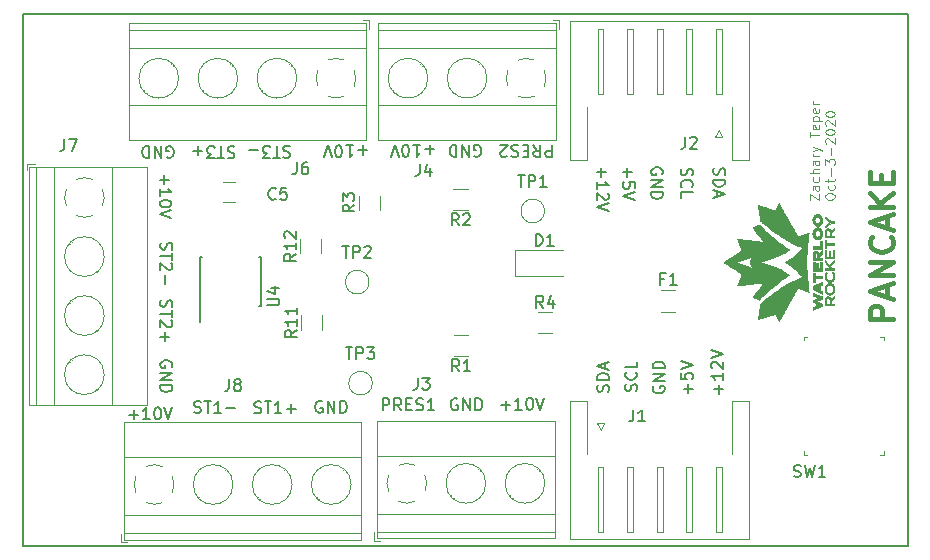
<source format=gto>
G04 #@! TF.GenerationSoftware,KiCad,Pcbnew,(5.1.4)-1*
G04 #@! TF.CreationDate,2020-10-03T17:35:05-04:00*
G04 #@! TF.ProjectId,i2c_pancake,6932635f-7061-46e6-9361-6b652e6b6963,rev?*
G04 #@! TF.SameCoordinates,Original*
G04 #@! TF.FileFunction,Legend,Top*
G04 #@! TF.FilePolarity,Positive*
%FSLAX46Y46*%
G04 Gerber Fmt 4.6, Leading zero omitted, Abs format (unit mm)*
G04 Created by KiCad (PCBNEW (5.1.4)-1) date 2020-10-03 17:35:05*
%MOMM*%
%LPD*%
G04 APERTURE LIST*
%ADD10C,0.127000*%
%ADD11C,0.150000*%
%ADD12C,0.120000*%
%ADD13C,0.400000*%
%ADD14C,0.100000*%
%ADD15C,0.010000*%
G04 APERTURE END LIST*
D10*
X148151530Y-102252991D02*
X148103875Y-102395957D01*
X148103875Y-102634233D01*
X148151530Y-102729543D01*
X148199185Y-102777199D01*
X148294496Y-102824854D01*
X148389806Y-102824854D01*
X148485117Y-102777199D01*
X148532772Y-102729543D01*
X148580427Y-102634233D01*
X148628082Y-102443612D01*
X148675738Y-102348301D01*
X148723393Y-102300646D01*
X148818703Y-102252991D01*
X148914014Y-102252991D01*
X149009324Y-102300646D01*
X149056980Y-102348301D01*
X149104635Y-102443612D01*
X149104635Y-102681888D01*
X149056980Y-102824854D01*
X148103875Y-103253751D02*
X149104635Y-103253751D01*
X149104635Y-103492027D01*
X149056980Y-103634993D01*
X148961669Y-103730303D01*
X148866359Y-103777959D01*
X148675738Y-103825614D01*
X148532772Y-103825614D01*
X148342151Y-103777959D01*
X148246840Y-103730303D01*
X148151530Y-103634993D01*
X148103875Y-103492027D01*
X148103875Y-103253751D01*
X148389806Y-104206856D02*
X148389806Y-104683408D01*
X148103875Y-104111545D02*
X149104635Y-104445132D01*
X148103875Y-104778719D01*
X145408330Y-102302219D02*
X145360675Y-102445184D01*
X145360675Y-102683460D01*
X145408330Y-102778771D01*
X145455985Y-102826426D01*
X145551296Y-102874081D01*
X145646606Y-102874081D01*
X145741917Y-102826426D01*
X145789572Y-102778771D01*
X145837227Y-102683460D01*
X145884882Y-102492840D01*
X145932538Y-102397529D01*
X145980193Y-102349874D01*
X146075503Y-102302219D01*
X146170814Y-102302219D01*
X146266124Y-102349874D01*
X146313780Y-102397529D01*
X146361435Y-102492840D01*
X146361435Y-102731116D01*
X146313780Y-102874081D01*
X145455985Y-103874841D02*
X145408330Y-103827186D01*
X145360675Y-103684220D01*
X145360675Y-103588910D01*
X145408330Y-103445944D01*
X145503640Y-103350634D01*
X145598951Y-103302979D01*
X145789572Y-103255323D01*
X145932538Y-103255323D01*
X146123159Y-103302979D01*
X146218469Y-103350634D01*
X146313780Y-103445944D01*
X146361435Y-103588910D01*
X146361435Y-103684220D01*
X146313780Y-103827186D01*
X146266124Y-103874841D01*
X145360675Y-104780291D02*
X145360675Y-104303739D01*
X146361435Y-104303739D01*
X140814317Y-102232308D02*
X140814317Y-102994792D01*
X140433075Y-102613550D02*
X141195559Y-102613550D01*
X141433835Y-103947897D02*
X141433835Y-103471344D01*
X140957282Y-103423689D01*
X141004938Y-103471344D01*
X141052593Y-103566655D01*
X141052593Y-103804931D01*
X141004938Y-103900241D01*
X140957282Y-103947897D01*
X140861972Y-103995552D01*
X140623696Y-103995552D01*
X140528385Y-103947897D01*
X140480730Y-103900241D01*
X140433075Y-103804931D01*
X140433075Y-103566655D01*
X140480730Y-103471344D01*
X140528385Y-103423689D01*
X141433835Y-104281483D02*
X140433075Y-104615070D01*
X141433835Y-104948657D01*
X138629917Y-102238356D02*
X138629917Y-103000840D01*
X138248675Y-102619598D02*
X139011159Y-102619598D01*
X138248675Y-104001600D02*
X138248675Y-103429737D01*
X138248675Y-103715668D02*
X139249435Y-103715668D01*
X139106469Y-103620358D01*
X139011159Y-103525047D01*
X138963503Y-103429737D01*
X139154124Y-104382841D02*
X139201780Y-104430497D01*
X139249435Y-104525807D01*
X139249435Y-104764083D01*
X139201780Y-104859394D01*
X139154124Y-104907049D01*
X139058814Y-104954704D01*
X138963503Y-104954704D01*
X138820538Y-104907049D01*
X138248675Y-104335186D01*
X138248675Y-104954704D01*
X139249435Y-105240636D02*
X138248675Y-105574222D01*
X139249435Y-105907809D01*
X148551882Y-121360443D02*
X148551882Y-120597960D01*
X148933124Y-120979201D02*
X148170640Y-120979201D01*
X148933124Y-119597200D02*
X148933124Y-120169062D01*
X148933124Y-119883131D02*
X147932364Y-119883131D01*
X148075330Y-119978441D01*
X148170640Y-120073752D01*
X148218296Y-120169062D01*
X148027675Y-119215958D02*
X147980020Y-119168302D01*
X147932364Y-119072992D01*
X147932364Y-118834716D01*
X147980020Y-118739405D01*
X148027675Y-118691750D01*
X148122985Y-118644095D01*
X148218296Y-118644095D01*
X148361261Y-118691750D01*
X148933124Y-119263613D01*
X148933124Y-118644095D01*
X147932364Y-118358163D02*
X148933124Y-118024577D01*
X147932364Y-117690990D01*
X145986482Y-121341091D02*
X145986482Y-120578607D01*
X146367724Y-120959849D02*
X145605240Y-120959849D01*
X145366964Y-119625502D02*
X145366964Y-120102055D01*
X145843517Y-120149710D01*
X145795861Y-120102055D01*
X145748206Y-120006744D01*
X145748206Y-119768468D01*
X145795861Y-119673158D01*
X145843517Y-119625502D01*
X145938827Y-119577847D01*
X146177103Y-119577847D01*
X146272414Y-119625502D01*
X146320069Y-119673158D01*
X146367724Y-119768468D01*
X146367724Y-120006744D01*
X146320069Y-120102055D01*
X146272414Y-120149710D01*
X145366964Y-119291916D02*
X146367724Y-118958329D01*
X145366964Y-118624742D01*
X141595669Y-121118780D02*
X141643324Y-120975815D01*
X141643324Y-120737539D01*
X141595669Y-120642228D01*
X141548014Y-120594573D01*
X141452703Y-120546918D01*
X141357393Y-120546918D01*
X141262082Y-120594573D01*
X141214427Y-120642228D01*
X141166772Y-120737539D01*
X141119117Y-120928160D01*
X141071461Y-121023470D01*
X141023806Y-121071125D01*
X140928496Y-121118780D01*
X140833185Y-121118780D01*
X140737875Y-121071125D01*
X140690220Y-121023470D01*
X140642564Y-120928160D01*
X140642564Y-120689883D01*
X140690220Y-120546918D01*
X141548014Y-119546158D02*
X141595669Y-119593813D01*
X141643324Y-119736779D01*
X141643324Y-119832089D01*
X141595669Y-119975055D01*
X141500359Y-120070365D01*
X141405048Y-120118020D01*
X141214427Y-120165676D01*
X141071461Y-120165676D01*
X140880840Y-120118020D01*
X140785530Y-120070365D01*
X140690220Y-119975055D01*
X140642564Y-119832089D01*
X140642564Y-119736779D01*
X140690220Y-119593813D01*
X140737875Y-119546158D01*
X141643324Y-118640708D02*
X141643324Y-119117260D01*
X140642564Y-119117260D01*
X139208069Y-121193408D02*
X139255724Y-121050442D01*
X139255724Y-120812166D01*
X139208069Y-120716856D01*
X139160414Y-120669200D01*
X139065103Y-120621545D01*
X138969793Y-120621545D01*
X138874482Y-120669200D01*
X138826827Y-120716856D01*
X138779172Y-120812166D01*
X138731517Y-121002787D01*
X138683861Y-121098098D01*
X138636206Y-121145753D01*
X138540896Y-121193408D01*
X138445585Y-121193408D01*
X138350275Y-121145753D01*
X138302620Y-121098098D01*
X138254964Y-121002787D01*
X138254964Y-120764511D01*
X138302620Y-120621545D01*
X139255724Y-120192648D02*
X138254964Y-120192648D01*
X138254964Y-119954372D01*
X138302620Y-119811406D01*
X138397930Y-119716096D01*
X138493240Y-119668440D01*
X138683861Y-119620785D01*
X138826827Y-119620785D01*
X139017448Y-119668440D01*
X139112759Y-119716096D01*
X139208069Y-119811406D01*
X139255724Y-119954372D01*
X139255724Y-120192648D01*
X138969793Y-119239543D02*
X138969793Y-118762991D01*
X139255724Y-119334854D02*
X138254964Y-119001267D01*
X139255724Y-118667680D01*
X134443513Y-100297675D02*
X134443513Y-101298435D01*
X134062271Y-101298435D01*
X133966960Y-101250780D01*
X133919305Y-101203124D01*
X133871650Y-101107814D01*
X133871650Y-100964848D01*
X133919305Y-100869538D01*
X133966960Y-100821882D01*
X134062271Y-100774227D01*
X134443513Y-100774227D01*
X132870890Y-100297675D02*
X133204477Y-100774227D01*
X133442753Y-100297675D02*
X133442753Y-101298435D01*
X133061511Y-101298435D01*
X132966200Y-101250780D01*
X132918545Y-101203124D01*
X132870890Y-101107814D01*
X132870890Y-100964848D01*
X132918545Y-100869538D01*
X132966200Y-100821882D01*
X133061511Y-100774227D01*
X133442753Y-100774227D01*
X132441993Y-100821882D02*
X132108406Y-100821882D01*
X131965440Y-100297675D02*
X132441993Y-100297675D01*
X132441993Y-101298435D01*
X131965440Y-101298435D01*
X131584199Y-100345330D02*
X131441233Y-100297675D01*
X131202957Y-100297675D01*
X131107646Y-100345330D01*
X131059991Y-100392985D01*
X131012336Y-100488296D01*
X131012336Y-100583606D01*
X131059991Y-100678917D01*
X131107646Y-100726572D01*
X131202957Y-100774227D01*
X131393578Y-100821882D01*
X131488888Y-100869538D01*
X131536543Y-100917193D01*
X131584199Y-101012503D01*
X131584199Y-101107814D01*
X131536543Y-101203124D01*
X131488888Y-101250780D01*
X131393578Y-101298435D01*
X131155301Y-101298435D01*
X131012336Y-101250780D01*
X130631094Y-101203124D02*
X130583439Y-101250780D01*
X130488128Y-101298435D01*
X130249852Y-101298435D01*
X130154541Y-101250780D01*
X130106886Y-101203124D01*
X130059231Y-101107814D01*
X130059231Y-101012503D01*
X130106886Y-100869538D01*
X130678749Y-100297675D01*
X130059231Y-100297675D01*
X112270643Y-100421530D02*
X112127678Y-100373875D01*
X111889401Y-100373875D01*
X111794091Y-100421530D01*
X111746436Y-100469185D01*
X111698780Y-100564496D01*
X111698780Y-100659806D01*
X111746436Y-100755117D01*
X111794091Y-100802772D01*
X111889401Y-100850427D01*
X112080022Y-100898082D01*
X112175333Y-100945738D01*
X112222988Y-100993393D01*
X112270643Y-101088703D01*
X112270643Y-101184014D01*
X112222988Y-101279324D01*
X112175333Y-101326980D01*
X112080022Y-101374635D01*
X111841746Y-101374635D01*
X111698780Y-101326980D01*
X111412849Y-101374635D02*
X110840986Y-101374635D01*
X111126918Y-100373875D02*
X111126918Y-101374635D01*
X110602710Y-101374635D02*
X109983192Y-101374635D01*
X110316779Y-100993393D01*
X110173813Y-100993393D01*
X110078502Y-100945738D01*
X110030847Y-100898082D01*
X109983192Y-100802772D01*
X109983192Y-100564496D01*
X110030847Y-100469185D01*
X110078502Y-100421530D01*
X110173813Y-100373875D01*
X110459744Y-100373875D01*
X110555055Y-100421530D01*
X110602710Y-100469185D01*
X109554295Y-100755117D02*
X108791811Y-100755117D01*
X107546243Y-100472330D02*
X107403278Y-100424675D01*
X107165001Y-100424675D01*
X107069691Y-100472330D01*
X107022036Y-100519985D01*
X106974380Y-100615296D01*
X106974380Y-100710606D01*
X107022036Y-100805917D01*
X107069691Y-100853572D01*
X107165001Y-100901227D01*
X107355622Y-100948882D01*
X107450933Y-100996538D01*
X107498588Y-101044193D01*
X107546243Y-101139503D01*
X107546243Y-101234814D01*
X107498588Y-101330124D01*
X107450933Y-101377780D01*
X107355622Y-101425435D01*
X107117346Y-101425435D01*
X106974380Y-101377780D01*
X106688449Y-101425435D02*
X106116586Y-101425435D01*
X106402518Y-100424675D02*
X106402518Y-101425435D01*
X105878310Y-101425435D02*
X105258792Y-101425435D01*
X105592379Y-101044193D01*
X105449413Y-101044193D01*
X105354102Y-100996538D01*
X105306447Y-100948882D01*
X105258792Y-100853572D01*
X105258792Y-100615296D01*
X105306447Y-100519985D01*
X105354102Y-100472330D01*
X105449413Y-100424675D01*
X105735344Y-100424675D01*
X105830655Y-100472330D01*
X105878310Y-100519985D01*
X104829895Y-100805917D02*
X104067411Y-100805917D01*
X104448653Y-100424675D02*
X104448653Y-101187159D01*
X101339330Y-113439756D02*
X101291675Y-113582721D01*
X101291675Y-113820998D01*
X101339330Y-113916308D01*
X101386985Y-113963963D01*
X101482296Y-114011619D01*
X101577606Y-114011619D01*
X101672917Y-113963963D01*
X101720572Y-113916308D01*
X101768227Y-113820998D01*
X101815882Y-113630377D01*
X101863538Y-113535066D01*
X101911193Y-113487411D01*
X102006503Y-113439756D01*
X102101814Y-113439756D01*
X102197124Y-113487411D01*
X102244780Y-113535066D01*
X102292435Y-113630377D01*
X102292435Y-113868653D01*
X102244780Y-114011619D01*
X102292435Y-114297550D02*
X102292435Y-114869413D01*
X101291675Y-114583481D02*
X102292435Y-114583481D01*
X102197124Y-115155344D02*
X102244780Y-115203000D01*
X102292435Y-115298310D01*
X102292435Y-115536586D01*
X102244780Y-115631897D01*
X102197124Y-115679552D01*
X102101814Y-115727207D01*
X102006503Y-115727207D01*
X101863538Y-115679552D01*
X101291675Y-115107689D01*
X101291675Y-115727207D01*
X101672917Y-116156104D02*
X101672917Y-116918588D01*
X101291675Y-116537346D02*
X102054159Y-116537346D01*
X101339330Y-108588356D02*
X101291675Y-108731321D01*
X101291675Y-108969598D01*
X101339330Y-109064908D01*
X101386985Y-109112563D01*
X101482296Y-109160219D01*
X101577606Y-109160219D01*
X101672917Y-109112563D01*
X101720572Y-109064908D01*
X101768227Y-108969598D01*
X101815882Y-108778977D01*
X101863538Y-108683666D01*
X101911193Y-108636011D01*
X102006503Y-108588356D01*
X102101814Y-108588356D01*
X102197124Y-108636011D01*
X102244780Y-108683666D01*
X102292435Y-108778977D01*
X102292435Y-109017253D01*
X102244780Y-109160219D01*
X102292435Y-109446150D02*
X102292435Y-110018013D01*
X101291675Y-109732081D02*
X102292435Y-109732081D01*
X102197124Y-110303944D02*
X102244780Y-110351600D01*
X102292435Y-110446910D01*
X102292435Y-110685186D01*
X102244780Y-110780497D01*
X102197124Y-110828152D01*
X102101814Y-110875807D01*
X102006503Y-110875807D01*
X101863538Y-110828152D01*
X101291675Y-110256289D01*
X101291675Y-110875807D01*
X101672917Y-111304704D02*
X101672917Y-112067188D01*
X109252156Y-122974069D02*
X109395121Y-123021724D01*
X109633398Y-123021724D01*
X109728708Y-122974069D01*
X109776363Y-122926414D01*
X109824019Y-122831103D01*
X109824019Y-122735793D01*
X109776363Y-122640482D01*
X109728708Y-122592827D01*
X109633398Y-122545172D01*
X109442777Y-122497517D01*
X109347466Y-122449861D01*
X109299811Y-122402206D01*
X109252156Y-122306896D01*
X109252156Y-122211585D01*
X109299811Y-122116275D01*
X109347466Y-122068620D01*
X109442777Y-122020964D01*
X109681053Y-122020964D01*
X109824019Y-122068620D01*
X110109950Y-122020964D02*
X110681813Y-122020964D01*
X110395881Y-123021724D02*
X110395881Y-122020964D01*
X111539607Y-123021724D02*
X110967744Y-123021724D01*
X111253676Y-123021724D02*
X111253676Y-122020964D01*
X111158365Y-122163930D01*
X111063055Y-122259240D01*
X110967744Y-122306896D01*
X111968504Y-122640482D02*
X112730988Y-122640482D01*
X112349746Y-123021724D02*
X112349746Y-122259240D01*
X104146756Y-122948669D02*
X104289721Y-122996324D01*
X104527998Y-122996324D01*
X104623308Y-122948669D01*
X104670963Y-122901014D01*
X104718619Y-122805703D01*
X104718619Y-122710393D01*
X104670963Y-122615082D01*
X104623308Y-122567427D01*
X104527998Y-122519772D01*
X104337377Y-122472117D01*
X104242066Y-122424461D01*
X104194411Y-122376806D01*
X104146756Y-122281496D01*
X104146756Y-122186185D01*
X104194411Y-122090875D01*
X104242066Y-122043220D01*
X104337377Y-121995564D01*
X104575653Y-121995564D01*
X104718619Y-122043220D01*
X105004550Y-121995564D02*
X105576413Y-121995564D01*
X105290481Y-122996324D02*
X105290481Y-121995564D01*
X106434207Y-122996324D02*
X105862344Y-122996324D01*
X106148276Y-122996324D02*
X106148276Y-121995564D01*
X106052965Y-122138530D01*
X105957655Y-122233840D01*
X105862344Y-122281496D01*
X106863104Y-122615082D02*
X107625588Y-122615082D01*
X120099286Y-122767724D02*
X120099286Y-121766964D01*
X120480528Y-121766964D01*
X120575839Y-121814620D01*
X120623494Y-121862275D01*
X120671149Y-121957585D01*
X120671149Y-122100551D01*
X120623494Y-122195861D01*
X120575839Y-122243517D01*
X120480528Y-122291172D01*
X120099286Y-122291172D01*
X121671909Y-122767724D02*
X121338322Y-122291172D01*
X121100046Y-122767724D02*
X121100046Y-121766964D01*
X121481288Y-121766964D01*
X121576599Y-121814620D01*
X121624254Y-121862275D01*
X121671909Y-121957585D01*
X121671909Y-122100551D01*
X121624254Y-122195861D01*
X121576599Y-122243517D01*
X121481288Y-122291172D01*
X121100046Y-122291172D01*
X122100806Y-122243517D02*
X122434393Y-122243517D01*
X122577359Y-122767724D02*
X122100806Y-122767724D01*
X122100806Y-121766964D01*
X122577359Y-121766964D01*
X122958600Y-122720069D02*
X123101566Y-122767724D01*
X123339842Y-122767724D01*
X123435153Y-122720069D01*
X123482808Y-122672414D01*
X123530463Y-122577103D01*
X123530463Y-122481793D01*
X123482808Y-122386482D01*
X123435153Y-122338827D01*
X123339842Y-122291172D01*
X123149221Y-122243517D01*
X123053911Y-122195861D01*
X123006256Y-122148206D01*
X122958600Y-122052896D01*
X122958600Y-121957585D01*
X123006256Y-121862275D01*
X123053911Y-121814620D01*
X123149221Y-121766964D01*
X123387498Y-121766964D01*
X123530463Y-121814620D01*
X124483568Y-122767724D02*
X123911705Y-122767724D01*
X124197637Y-122767724D02*
X124197637Y-121766964D01*
X124102326Y-121909930D01*
X124007016Y-122005240D01*
X123911705Y-122052896D01*
X143027020Y-120740683D02*
X142979364Y-120835994D01*
X142979364Y-120978960D01*
X143027020Y-121121925D01*
X143122330Y-121217236D01*
X143217640Y-121264891D01*
X143408261Y-121312546D01*
X143551227Y-121312546D01*
X143741848Y-121264891D01*
X143837159Y-121217236D01*
X143932469Y-121121925D01*
X143980124Y-120978960D01*
X143980124Y-120883649D01*
X143932469Y-120740683D01*
X143884814Y-120693028D01*
X143551227Y-120693028D01*
X143551227Y-120883649D01*
X143980124Y-120264131D02*
X142979364Y-120264131D01*
X143980124Y-119692268D01*
X142979364Y-119692268D01*
X143980124Y-119215716D02*
X142979364Y-119215716D01*
X142979364Y-118977440D01*
X143027020Y-118834474D01*
X143122330Y-118739163D01*
X143217640Y-118691508D01*
X143408261Y-118643853D01*
X143551227Y-118643853D01*
X143741848Y-118691508D01*
X143837159Y-118739163D01*
X143932469Y-118834474D01*
X143980124Y-118977440D01*
X143980124Y-119215716D01*
X143799180Y-102781916D02*
X143846835Y-102686605D01*
X143846835Y-102543640D01*
X143799180Y-102400674D01*
X143703869Y-102305363D01*
X143608559Y-102257708D01*
X143417938Y-102210053D01*
X143274972Y-102210053D01*
X143084351Y-102257708D01*
X142989040Y-102305363D01*
X142893730Y-102400674D01*
X142846075Y-102543640D01*
X142846075Y-102638950D01*
X142893730Y-102781916D01*
X142941385Y-102829571D01*
X143274972Y-102829571D01*
X143274972Y-102638950D01*
X142846075Y-103258468D02*
X143846835Y-103258468D01*
X142846075Y-103830331D01*
X143846835Y-103830331D01*
X142846075Y-104306883D02*
X143846835Y-104306883D01*
X143846835Y-104545160D01*
X143799180Y-104688125D01*
X143703869Y-104783436D01*
X143608559Y-104831091D01*
X143417938Y-104878746D01*
X143274972Y-104878746D01*
X143084351Y-104831091D01*
X142989040Y-104783436D01*
X142893730Y-104688125D01*
X142846075Y-104545160D01*
X142846075Y-104306883D01*
X127881483Y-101250780D02*
X127976794Y-101298435D01*
X128119760Y-101298435D01*
X128262725Y-101250780D01*
X128358036Y-101155469D01*
X128405691Y-101060159D01*
X128453346Y-100869538D01*
X128453346Y-100726572D01*
X128405691Y-100535951D01*
X128358036Y-100440640D01*
X128262725Y-100345330D01*
X128119760Y-100297675D01*
X128024449Y-100297675D01*
X127881483Y-100345330D01*
X127833828Y-100392985D01*
X127833828Y-100726572D01*
X128024449Y-100726572D01*
X127404931Y-100297675D02*
X127404931Y-101298435D01*
X126833068Y-100297675D01*
X126833068Y-101298435D01*
X126356516Y-100297675D02*
X126356516Y-101298435D01*
X126118240Y-101298435D01*
X125975274Y-101250780D01*
X125879963Y-101155469D01*
X125832308Y-101060159D01*
X125784653Y-100869538D01*
X125784653Y-100726572D01*
X125832308Y-100535951D01*
X125879963Y-100440640D01*
X125975274Y-100345330D01*
X126118240Y-100297675D01*
X126356516Y-100297675D01*
X101846483Y-101352380D02*
X101941794Y-101400035D01*
X102084760Y-101400035D01*
X102227725Y-101352380D01*
X102323036Y-101257069D01*
X102370691Y-101161759D01*
X102418346Y-100971138D01*
X102418346Y-100828172D01*
X102370691Y-100637551D01*
X102323036Y-100542240D01*
X102227725Y-100446930D01*
X102084760Y-100399275D01*
X101989449Y-100399275D01*
X101846483Y-100446930D01*
X101798828Y-100494585D01*
X101798828Y-100828172D01*
X101989449Y-100828172D01*
X101369931Y-100399275D02*
X101369931Y-101400035D01*
X100798068Y-100399275D01*
X100798068Y-101400035D01*
X100321516Y-100399275D02*
X100321516Y-101400035D01*
X100083240Y-101400035D01*
X99940274Y-101352380D01*
X99844963Y-101257069D01*
X99797308Y-101161759D01*
X99749653Y-100971138D01*
X99749653Y-100828172D01*
X99797308Y-100637551D01*
X99844963Y-100542240D01*
X99940274Y-100446930D01*
X100083240Y-100399275D01*
X100321516Y-100399275D01*
X102244780Y-119114116D02*
X102292435Y-119018805D01*
X102292435Y-118875840D01*
X102244780Y-118732874D01*
X102149469Y-118637563D01*
X102054159Y-118589908D01*
X101863538Y-118542253D01*
X101720572Y-118542253D01*
X101529951Y-118589908D01*
X101434640Y-118637563D01*
X101339330Y-118732874D01*
X101291675Y-118875840D01*
X101291675Y-118971150D01*
X101339330Y-119114116D01*
X101386985Y-119161771D01*
X101720572Y-119161771D01*
X101720572Y-118971150D01*
X101291675Y-119590668D02*
X102292435Y-119590668D01*
X101291675Y-120162531D01*
X102292435Y-120162531D01*
X101291675Y-120639083D02*
X102292435Y-120639083D01*
X102292435Y-120877360D01*
X102244780Y-121020325D01*
X102149469Y-121115636D01*
X102054159Y-121163291D01*
X101863538Y-121210946D01*
X101720572Y-121210946D01*
X101529951Y-121163291D01*
X101434640Y-121115636D01*
X101339330Y-121020325D01*
X101291675Y-120877360D01*
X101291675Y-120639083D01*
X126432716Y-121814620D02*
X126337405Y-121766964D01*
X126194440Y-121766964D01*
X126051474Y-121814620D01*
X125956163Y-121909930D01*
X125908508Y-122005240D01*
X125860853Y-122195861D01*
X125860853Y-122338827D01*
X125908508Y-122529448D01*
X125956163Y-122624759D01*
X126051474Y-122720069D01*
X126194440Y-122767724D01*
X126289750Y-122767724D01*
X126432716Y-122720069D01*
X126480371Y-122672414D01*
X126480371Y-122338827D01*
X126289750Y-122338827D01*
X126909268Y-122767724D02*
X126909268Y-121766964D01*
X127481131Y-122767724D01*
X127481131Y-121766964D01*
X127957683Y-122767724D02*
X127957683Y-121766964D01*
X128195960Y-121766964D01*
X128338925Y-121814620D01*
X128434236Y-121909930D01*
X128481891Y-122005240D01*
X128529546Y-122195861D01*
X128529546Y-122338827D01*
X128481891Y-122529448D01*
X128434236Y-122624759D01*
X128338925Y-122720069D01*
X128195960Y-122767724D01*
X127957683Y-122767724D01*
X114977316Y-122017820D02*
X114882005Y-121970164D01*
X114739040Y-121970164D01*
X114596074Y-122017820D01*
X114500763Y-122113130D01*
X114453108Y-122208440D01*
X114405453Y-122399061D01*
X114405453Y-122542027D01*
X114453108Y-122732648D01*
X114500763Y-122827959D01*
X114596074Y-122923269D01*
X114739040Y-122970924D01*
X114834350Y-122970924D01*
X114977316Y-122923269D01*
X115024971Y-122875614D01*
X115024971Y-122542027D01*
X114834350Y-122542027D01*
X115453868Y-122970924D02*
X115453868Y-121970164D01*
X116025731Y-122970924D01*
X116025731Y-121970164D01*
X116502283Y-122970924D02*
X116502283Y-121970164D01*
X116740560Y-121970164D01*
X116883525Y-122017820D01*
X116978836Y-122113130D01*
X117026491Y-122208440D01*
X117074146Y-122399061D01*
X117074146Y-122542027D01*
X117026491Y-122732648D01*
X116978836Y-122827959D01*
X116883525Y-122923269D01*
X116740560Y-122970924D01*
X116502283Y-122970924D01*
X130130956Y-122335682D02*
X130893440Y-122335682D01*
X130512198Y-122716924D02*
X130512198Y-121954440D01*
X131894200Y-122716924D02*
X131322337Y-122716924D01*
X131608268Y-122716924D02*
X131608268Y-121716164D01*
X131512958Y-121859130D01*
X131417647Y-121954440D01*
X131322337Y-122002096D01*
X132513718Y-121716164D02*
X132609028Y-121716164D01*
X132704339Y-121763820D01*
X132751994Y-121811475D01*
X132799649Y-121906785D01*
X132847304Y-122097406D01*
X132847304Y-122335682D01*
X132799649Y-122526303D01*
X132751994Y-122621614D01*
X132704339Y-122669269D01*
X132609028Y-122716924D01*
X132513718Y-122716924D01*
X132418407Y-122669269D01*
X132370752Y-122621614D01*
X132323097Y-122526303D01*
X132275441Y-122335682D01*
X132275441Y-122097406D01*
X132323097Y-121906785D01*
X132370752Y-121811475D01*
X132418407Y-121763820D01*
X132513718Y-121716164D01*
X133133236Y-121716164D02*
X133466822Y-122716924D01*
X133800409Y-121716164D01*
X124462643Y-100678917D02*
X123700160Y-100678917D01*
X124081401Y-100297675D02*
X124081401Y-101060159D01*
X122699400Y-100297675D02*
X123271262Y-100297675D01*
X122985331Y-100297675D02*
X122985331Y-101298435D01*
X123080641Y-101155469D01*
X123175952Y-101060159D01*
X123271262Y-101012503D01*
X122079881Y-101298435D02*
X121984571Y-101298435D01*
X121889260Y-101250780D01*
X121841605Y-101203124D01*
X121793950Y-101107814D01*
X121746295Y-100917193D01*
X121746295Y-100678917D01*
X121793950Y-100488296D01*
X121841605Y-100392985D01*
X121889260Y-100345330D01*
X121984571Y-100297675D01*
X122079881Y-100297675D01*
X122175192Y-100345330D01*
X122222847Y-100392985D01*
X122270502Y-100488296D01*
X122318158Y-100678917D01*
X122318158Y-100917193D01*
X122270502Y-101107814D01*
X122222847Y-101203124D01*
X122175192Y-101250780D01*
X122079881Y-101298435D01*
X121460363Y-101298435D02*
X121126777Y-100297675D01*
X120793190Y-101298435D01*
X118798443Y-100729717D02*
X118035960Y-100729717D01*
X118417201Y-100348475D02*
X118417201Y-101110959D01*
X117035200Y-100348475D02*
X117607062Y-100348475D01*
X117321131Y-100348475D02*
X117321131Y-101349235D01*
X117416441Y-101206269D01*
X117511752Y-101110959D01*
X117607062Y-101063303D01*
X116415681Y-101349235D02*
X116320371Y-101349235D01*
X116225060Y-101301580D01*
X116177405Y-101253924D01*
X116129750Y-101158614D01*
X116082095Y-100967993D01*
X116082095Y-100729717D01*
X116129750Y-100539096D01*
X116177405Y-100443785D01*
X116225060Y-100396130D01*
X116320371Y-100348475D01*
X116415681Y-100348475D01*
X116510992Y-100396130D01*
X116558647Y-100443785D01*
X116606302Y-100539096D01*
X116653958Y-100729717D01*
X116653958Y-100967993D01*
X116606302Y-101158614D01*
X116558647Y-101253924D01*
X116510992Y-101301580D01*
X116415681Y-101349235D01*
X115796163Y-101349235D02*
X115462577Y-100348475D01*
X115128990Y-101349235D01*
X101596717Y-102847956D02*
X101596717Y-103610440D01*
X101215475Y-103229198D02*
X101977959Y-103229198D01*
X101215475Y-104611200D02*
X101215475Y-104039337D01*
X101215475Y-104325268D02*
X102216235Y-104325268D01*
X102073269Y-104229958D01*
X101977959Y-104134647D01*
X101930303Y-104039337D01*
X102216235Y-105230718D02*
X102216235Y-105326028D01*
X102168580Y-105421339D01*
X102120924Y-105468994D01*
X102025614Y-105516649D01*
X101834993Y-105564304D01*
X101596717Y-105564304D01*
X101406096Y-105516649D01*
X101310785Y-105468994D01*
X101263130Y-105421339D01*
X101215475Y-105326028D01*
X101215475Y-105230718D01*
X101263130Y-105135407D01*
X101310785Y-105087752D01*
X101406096Y-105040097D01*
X101596717Y-104992441D01*
X101834993Y-104992441D01*
X102025614Y-105040097D01*
X102120924Y-105087752D01*
X102168580Y-105135407D01*
X102216235Y-105230718D01*
X102216235Y-105850236D02*
X101215475Y-106183822D01*
X102216235Y-106517409D01*
X98634956Y-123148482D02*
X99397440Y-123148482D01*
X99016198Y-123529724D02*
X99016198Y-122767240D01*
X100398200Y-123529724D02*
X99826337Y-123529724D01*
X100112268Y-123529724D02*
X100112268Y-122528964D01*
X100016958Y-122671930D01*
X99921647Y-122767240D01*
X99826337Y-122814896D01*
X101017718Y-122528964D02*
X101113028Y-122528964D01*
X101208339Y-122576620D01*
X101255994Y-122624275D01*
X101303649Y-122719585D01*
X101351304Y-122910206D01*
X101351304Y-123148482D01*
X101303649Y-123339103D01*
X101255994Y-123434414D01*
X101208339Y-123482069D01*
X101113028Y-123529724D01*
X101017718Y-123529724D01*
X100922407Y-123482069D01*
X100874752Y-123434414D01*
X100827097Y-123339103D01*
X100779441Y-123148482D01*
X100779441Y-122910206D01*
X100827097Y-122719585D01*
X100874752Y-122624275D01*
X100922407Y-122576620D01*
X101017718Y-122528964D01*
X101637236Y-122528964D02*
X101970822Y-123529724D01*
X102304409Y-122528964D01*
D11*
X89662000Y-134239000D02*
X164554000Y-134239000D01*
D12*
X156255904Y-104960714D02*
X156255904Y-104427380D01*
X157055904Y-104960714D01*
X157055904Y-104427380D01*
X157055904Y-103779761D02*
X156636857Y-103779761D01*
X156560666Y-103817857D01*
X156522571Y-103894047D01*
X156522571Y-104046428D01*
X156560666Y-104122619D01*
X157017809Y-103779761D02*
X157055904Y-103855952D01*
X157055904Y-104046428D01*
X157017809Y-104122619D01*
X156941619Y-104160714D01*
X156865428Y-104160714D01*
X156789238Y-104122619D01*
X156751142Y-104046428D01*
X156751142Y-103855952D01*
X156713047Y-103779761D01*
X157017809Y-103055952D02*
X157055904Y-103132142D01*
X157055904Y-103284523D01*
X157017809Y-103360714D01*
X156979714Y-103398809D01*
X156903523Y-103436904D01*
X156674952Y-103436904D01*
X156598761Y-103398809D01*
X156560666Y-103360714D01*
X156522571Y-103284523D01*
X156522571Y-103132142D01*
X156560666Y-103055952D01*
X157055904Y-102713095D02*
X156255904Y-102713095D01*
X157055904Y-102370238D02*
X156636857Y-102370238D01*
X156560666Y-102408333D01*
X156522571Y-102484523D01*
X156522571Y-102598809D01*
X156560666Y-102675000D01*
X156598761Y-102713095D01*
X157055904Y-101646428D02*
X156636857Y-101646428D01*
X156560666Y-101684523D01*
X156522571Y-101760714D01*
X156522571Y-101913095D01*
X156560666Y-101989285D01*
X157017809Y-101646428D02*
X157055904Y-101722619D01*
X157055904Y-101913095D01*
X157017809Y-101989285D01*
X156941619Y-102027380D01*
X156865428Y-102027380D01*
X156789238Y-101989285D01*
X156751142Y-101913095D01*
X156751142Y-101722619D01*
X156713047Y-101646428D01*
X157055904Y-101265476D02*
X156522571Y-101265476D01*
X156674952Y-101265476D02*
X156598761Y-101227380D01*
X156560666Y-101189285D01*
X156522571Y-101113095D01*
X156522571Y-101036904D01*
X156522571Y-100846428D02*
X157055904Y-100655952D01*
X156522571Y-100465476D02*
X157055904Y-100655952D01*
X157246380Y-100732142D01*
X157284476Y-100770238D01*
X157322571Y-100846428D01*
X156255904Y-99665476D02*
X156255904Y-99208333D01*
X157055904Y-99436904D02*
X156255904Y-99436904D01*
X157017809Y-98636904D02*
X157055904Y-98713095D01*
X157055904Y-98865476D01*
X157017809Y-98941666D01*
X156941619Y-98979761D01*
X156636857Y-98979761D01*
X156560666Y-98941666D01*
X156522571Y-98865476D01*
X156522571Y-98713095D01*
X156560666Y-98636904D01*
X156636857Y-98598809D01*
X156713047Y-98598809D01*
X156789238Y-98979761D01*
X156522571Y-98255952D02*
X157322571Y-98255952D01*
X156560666Y-98255952D02*
X156522571Y-98179761D01*
X156522571Y-98027380D01*
X156560666Y-97951190D01*
X156598761Y-97913095D01*
X156674952Y-97875000D01*
X156903523Y-97875000D01*
X156979714Y-97913095D01*
X157017809Y-97951190D01*
X157055904Y-98027380D01*
X157055904Y-98179761D01*
X157017809Y-98255952D01*
X157017809Y-97227380D02*
X157055904Y-97303571D01*
X157055904Y-97455952D01*
X157017809Y-97532142D01*
X156941619Y-97570238D01*
X156636857Y-97570238D01*
X156560666Y-97532142D01*
X156522571Y-97455952D01*
X156522571Y-97303571D01*
X156560666Y-97227380D01*
X156636857Y-97189285D01*
X156713047Y-97189285D01*
X156789238Y-97570238D01*
X157055904Y-96846428D02*
X156522571Y-96846428D01*
X156674952Y-96846428D02*
X156598761Y-96808333D01*
X156560666Y-96770238D01*
X156522571Y-96694047D01*
X156522571Y-96617857D01*
X157575904Y-104732142D02*
X157575904Y-104579761D01*
X157614000Y-104503571D01*
X157690190Y-104427380D01*
X157842571Y-104389285D01*
X158109238Y-104389285D01*
X158261619Y-104427380D01*
X158337809Y-104503571D01*
X158375904Y-104579761D01*
X158375904Y-104732142D01*
X158337809Y-104808333D01*
X158261619Y-104884523D01*
X158109238Y-104922619D01*
X157842571Y-104922619D01*
X157690190Y-104884523D01*
X157614000Y-104808333D01*
X157575904Y-104732142D01*
X158337809Y-103703571D02*
X158375904Y-103779761D01*
X158375904Y-103932142D01*
X158337809Y-104008333D01*
X158299714Y-104046428D01*
X158223523Y-104084523D01*
X157994952Y-104084523D01*
X157918761Y-104046428D01*
X157880666Y-104008333D01*
X157842571Y-103932142D01*
X157842571Y-103779761D01*
X157880666Y-103703571D01*
X157842571Y-103475000D02*
X157842571Y-103170238D01*
X157575904Y-103360714D02*
X158261619Y-103360714D01*
X158337809Y-103322619D01*
X158375904Y-103246428D01*
X158375904Y-103170238D01*
X158071142Y-102903571D02*
X158071142Y-102294047D01*
X157575904Y-101989285D02*
X157575904Y-101494047D01*
X157880666Y-101760714D01*
X157880666Y-101646428D01*
X157918761Y-101570238D01*
X157956857Y-101532142D01*
X158033047Y-101494047D01*
X158223523Y-101494047D01*
X158299714Y-101532142D01*
X158337809Y-101570238D01*
X158375904Y-101646428D01*
X158375904Y-101875000D01*
X158337809Y-101951190D01*
X158299714Y-101989285D01*
X158071142Y-101151190D02*
X158071142Y-100541666D01*
X157652095Y-100198809D02*
X157614000Y-100160714D01*
X157575904Y-100084523D01*
X157575904Y-99894047D01*
X157614000Y-99817857D01*
X157652095Y-99779761D01*
X157728285Y-99741666D01*
X157804476Y-99741666D01*
X157918761Y-99779761D01*
X158375904Y-100236904D01*
X158375904Y-99741666D01*
X157575904Y-99246428D02*
X157575904Y-99170238D01*
X157614000Y-99094047D01*
X157652095Y-99055952D01*
X157728285Y-99017857D01*
X157880666Y-98979761D01*
X158071142Y-98979761D01*
X158223523Y-99017857D01*
X158299714Y-99055952D01*
X158337809Y-99094047D01*
X158375904Y-99170238D01*
X158375904Y-99246428D01*
X158337809Y-99322619D01*
X158299714Y-99360714D01*
X158223523Y-99398809D01*
X158071142Y-99436904D01*
X157880666Y-99436904D01*
X157728285Y-99398809D01*
X157652095Y-99360714D01*
X157614000Y-99322619D01*
X157575904Y-99246428D01*
X157652095Y-98675000D02*
X157614000Y-98636904D01*
X157575904Y-98560714D01*
X157575904Y-98370238D01*
X157614000Y-98294047D01*
X157652095Y-98255952D01*
X157728285Y-98217857D01*
X157804476Y-98217857D01*
X157918761Y-98255952D01*
X158375904Y-98713095D01*
X158375904Y-98217857D01*
X157575904Y-97722619D02*
X157575904Y-97646428D01*
X157614000Y-97570238D01*
X157652095Y-97532142D01*
X157728285Y-97494047D01*
X157880666Y-97455952D01*
X158071142Y-97455952D01*
X158223523Y-97494047D01*
X158299714Y-97532142D01*
X158337809Y-97570238D01*
X158375904Y-97646428D01*
X158375904Y-97722619D01*
X158337809Y-97798809D01*
X158299714Y-97836904D01*
X158223523Y-97875000D01*
X158071142Y-97913095D01*
X157880666Y-97913095D01*
X157728285Y-97875000D01*
X157652095Y-97836904D01*
X157614000Y-97798809D01*
X157575904Y-97722619D01*
D13*
X163358761Y-115043476D02*
X161358761Y-115043476D01*
X161358761Y-114281571D01*
X161454000Y-114091095D01*
X161549238Y-113995857D01*
X161739714Y-113900619D01*
X162025428Y-113900619D01*
X162215904Y-113995857D01*
X162311142Y-114091095D01*
X162406380Y-114281571D01*
X162406380Y-115043476D01*
X162787333Y-113138714D02*
X162787333Y-112186333D01*
X163358761Y-113329190D02*
X161358761Y-112662523D01*
X163358761Y-111995857D01*
X163358761Y-111329190D02*
X161358761Y-111329190D01*
X163358761Y-110186333D01*
X161358761Y-110186333D01*
X163168285Y-108091095D02*
X163263523Y-108186333D01*
X163358761Y-108472047D01*
X163358761Y-108662523D01*
X163263523Y-108948238D01*
X163073047Y-109138714D01*
X162882571Y-109233952D01*
X162501619Y-109329190D01*
X162215904Y-109329190D01*
X161834952Y-109233952D01*
X161644476Y-109138714D01*
X161454000Y-108948238D01*
X161358761Y-108662523D01*
X161358761Y-108472047D01*
X161454000Y-108186333D01*
X161549238Y-108091095D01*
X162787333Y-107329190D02*
X162787333Y-106376809D01*
X163358761Y-107519666D02*
X161358761Y-106853000D01*
X163358761Y-106186333D01*
X163358761Y-105519666D02*
X161358761Y-105519666D01*
X163358761Y-104376809D02*
X162215904Y-105233952D01*
X161358761Y-104376809D02*
X162501619Y-105519666D01*
X162311142Y-103519666D02*
X162311142Y-102853000D01*
X163358761Y-102567285D02*
X163358761Y-103519666D01*
X161358761Y-103519666D01*
X161358761Y-102567285D01*
D11*
X89662000Y-89253000D02*
X164554000Y-89253000D01*
X164554000Y-89253000D02*
X164554000Y-134239000D01*
X89662000Y-89253000D02*
X89662000Y-134239000D01*
D12*
X143695336Y-114422600D02*
X144899464Y-114422600D01*
X143695336Y-112602600D02*
X144899464Y-112602600D01*
X107623800Y-103405600D02*
X106623800Y-103405600D01*
X106623800Y-105105600D02*
X107623800Y-105105600D01*
X127304000Y-105833000D02*
X126104000Y-105833000D01*
X126104000Y-104073000D02*
X127304000Y-104073000D01*
X118085600Y-105795400D02*
X118085600Y-104595400D01*
X119845600Y-104595400D02*
X119845600Y-105795400D01*
X113208800Y-115933800D02*
X113208800Y-114733800D01*
X114968800Y-114733800D02*
X114968800Y-115933800D01*
X113132600Y-109474600D02*
X113132600Y-108274600D01*
X114892600Y-108274600D02*
X114892600Y-109474600D01*
X127359600Y-118191200D02*
X126159600Y-118191200D01*
X126159600Y-116431200D02*
X127359600Y-116431200D01*
X133271600Y-114450000D02*
X134471600Y-114450000D01*
X134471600Y-116210000D02*
X133271600Y-116210000D01*
D14*
X162554000Y-126253000D02*
X162554000Y-126553000D01*
X162554000Y-126553000D02*
X162254000Y-126553000D01*
X155754000Y-126253000D02*
X155754000Y-126553000D01*
X155754000Y-126553000D02*
X156054000Y-126553000D01*
X155754000Y-116853000D02*
X155754000Y-116553000D01*
X155754000Y-116553000D02*
X156054000Y-116553000D01*
X162554000Y-116853000D02*
X162554000Y-116553000D01*
X162554000Y-116553000D02*
X162254000Y-116553000D01*
D11*
X104680400Y-113925200D02*
X104680400Y-115325200D01*
X109780400Y-113925200D02*
X109780400Y-109775200D01*
X104630400Y-113925200D02*
X104630400Y-109775200D01*
X109780400Y-113925200D02*
X109635400Y-113925200D01*
X109780400Y-109775200D02*
X109635400Y-109775200D01*
X104630400Y-109775200D02*
X104775400Y-109775200D01*
X104630400Y-113925200D02*
X104680400Y-113925200D01*
D12*
X131350300Y-111435800D02*
X135410300Y-111435800D01*
X131350300Y-109165800D02*
X131350300Y-111435800D01*
X135410300Y-109165800D02*
X131350300Y-109165800D01*
X97954000Y-133953000D02*
X98454000Y-133953000D01*
X97954000Y-133213000D02*
X97954000Y-133953000D01*
X114527000Y-130076000D02*
X114480000Y-130122000D01*
X116824000Y-127778000D02*
X116789000Y-127814000D01*
X114720000Y-130292000D02*
X114685000Y-130327000D01*
X117029000Y-127984000D02*
X116982000Y-128030000D01*
X109527000Y-130076000D02*
X109480000Y-130122000D01*
X111824000Y-127778000D02*
X111789000Y-127814000D01*
X109720000Y-130292000D02*
X109685000Y-130327000D01*
X112029000Y-127984000D02*
X111982000Y-128030000D01*
X104527000Y-130076000D02*
X104480000Y-130122000D01*
X106824000Y-127778000D02*
X106789000Y-127814000D01*
X104720000Y-130292000D02*
X104685000Y-130327000D01*
X107029000Y-127984000D02*
X106982000Y-128030000D01*
X118315000Y-123792000D02*
X118315000Y-133713000D01*
X98194000Y-123792000D02*
X98194000Y-133713000D01*
X98194000Y-133713000D02*
X118315000Y-133713000D01*
X98194000Y-123792000D02*
X118315000Y-123792000D01*
X98194000Y-126752000D02*
X118315000Y-126752000D01*
X98194000Y-131653000D02*
X118315000Y-131653000D01*
X98194000Y-133153000D02*
X118315000Y-133153000D01*
X117434000Y-129053000D02*
G75*
G03X117434000Y-129053000I-1680000J0D01*
G01*
X112434000Y-129053000D02*
G75*
G03X112434000Y-129053000I-1680000J0D01*
G01*
X107434000Y-129053000D02*
G75*
G03X107434000Y-129053000I-1680000J0D01*
G01*
X100782805Y-130733253D02*
G75*
G02X100070000Y-130588000I-28805J1680253D01*
G01*
X99218574Y-129736042D02*
G75*
G02X99219000Y-128369000I1535426J683042D01*
G01*
X100070958Y-127517574D02*
G75*
G02X101438000Y-127518000I683042J-1535426D01*
G01*
X102289426Y-128369958D02*
G75*
G02X102289000Y-129737000I-1535426J-683042D01*
G01*
X101437318Y-130587756D02*
G75*
G02X100754000Y-130733000I-683318J1534756D01*
G01*
D15*
G36*
X148984706Y-110219199D02*
G01*
X149005773Y-110204427D01*
X149039687Y-110181293D01*
X149085469Y-110150445D01*
X149142138Y-110112537D01*
X149208716Y-110068218D01*
X149284222Y-110018140D01*
X149367676Y-109962955D01*
X149458100Y-109903313D01*
X149554513Y-109839866D01*
X149655936Y-109773264D01*
X149735233Y-109721286D01*
X149839794Y-109652722D01*
X149940085Y-109586805D01*
X150035125Y-109524187D01*
X150123935Y-109465520D01*
X150205535Y-109411457D01*
X150278945Y-109362649D01*
X150343186Y-109319751D01*
X150397277Y-109283413D01*
X150440239Y-109254289D01*
X150471092Y-109233031D01*
X150488856Y-109220291D01*
X150493000Y-109216713D01*
X150489716Y-109206238D01*
X150480289Y-109179251D01*
X150465351Y-109137497D01*
X150445536Y-109082719D01*
X150421479Y-109016662D01*
X150393813Y-108941070D01*
X150363173Y-108857687D01*
X150330192Y-108768258D01*
X150319371Y-108738985D01*
X150285877Y-108648209D01*
X150254620Y-108563082D01*
X150226221Y-108485324D01*
X150201300Y-108416656D01*
X150180478Y-108358798D01*
X150164378Y-108313468D01*
X150153618Y-108282389D01*
X150148821Y-108267278D01*
X150148650Y-108266091D01*
X150157274Y-108266607D01*
X150181761Y-108268934D01*
X150221120Y-108272961D01*
X150274360Y-108278582D01*
X150340489Y-108285686D01*
X150418516Y-108294166D01*
X150507450Y-108303912D01*
X150606300Y-108314816D01*
X150714073Y-108326769D01*
X150829780Y-108339662D01*
X150952428Y-108353387D01*
X151081027Y-108367835D01*
X151214585Y-108382897D01*
X151250960Y-108387008D01*
X151385683Y-108402212D01*
X151515718Y-108416823D01*
X151640074Y-108430733D01*
X151757757Y-108443833D01*
X151867777Y-108456015D01*
X151969142Y-108467172D01*
X152060859Y-108477193D01*
X152141937Y-108485973D01*
X152211385Y-108493401D01*
X152268209Y-108499371D01*
X152311419Y-108503773D01*
X152340022Y-108506499D01*
X152353027Y-108507442D01*
X152353734Y-108507378D01*
X152348771Y-108499501D01*
X152333374Y-108477854D01*
X152308369Y-108443547D01*
X152274580Y-108397691D01*
X152232834Y-108341395D01*
X152183957Y-108275768D01*
X152128774Y-108201921D01*
X152068111Y-108120962D01*
X152002794Y-108034002D01*
X151933649Y-107942151D01*
X151897070Y-107893640D01*
X151826165Y-107799617D01*
X151758550Y-107709877D01*
X151695062Y-107625535D01*
X151636538Y-107547710D01*
X151583816Y-107477516D01*
X151537733Y-107416070D01*
X151499128Y-107364489D01*
X151468837Y-107323888D01*
X151447698Y-107295384D01*
X151436549Y-107280094D01*
X151434981Y-107277749D01*
X151442196Y-107273190D01*
X151463480Y-107262669D01*
X151496982Y-107247008D01*
X151540850Y-107227031D01*
X151593233Y-107203559D01*
X151652278Y-107177414D01*
X151716134Y-107149419D01*
X151782950Y-107120396D01*
X151850873Y-107091167D01*
X151918051Y-107062556D01*
X151949142Y-107049428D01*
X151958037Y-107054401D01*
X151976595Y-107070225D01*
X152001965Y-107094331D01*
X152026926Y-107119586D01*
X152147638Y-107242158D01*
X152279038Y-107370477D01*
X152419628Y-107503312D01*
X152567909Y-107639435D01*
X152722384Y-107777615D01*
X152881553Y-107916622D01*
X153043918Y-108055227D01*
X153207982Y-108192199D01*
X153372245Y-108326310D01*
X153535210Y-108456328D01*
X153695378Y-108581024D01*
X153851251Y-108699169D01*
X154001330Y-108809532D01*
X154144117Y-108910884D01*
X154278114Y-109001994D01*
X154401823Y-109081634D01*
X154462049Y-109118380D01*
X154482154Y-109132642D01*
X154492949Y-109144844D01*
X154493471Y-109149291D01*
X154484892Y-109157559D01*
X154464523Y-109174137D01*
X154435023Y-109196946D01*
X154399051Y-109223908D01*
X154380989Y-109237188D01*
X154217826Y-109350550D01*
X154047204Y-109457420D01*
X153868177Y-109558181D01*
X153679800Y-109653219D01*
X153481127Y-109742918D01*
X153271213Y-109827664D01*
X153049112Y-109907840D01*
X152813880Y-109983833D01*
X152564571Y-110056026D01*
X152300238Y-110124804D01*
X152061450Y-110181228D01*
X152010064Y-110193095D01*
X151964832Y-110204000D01*
X151928210Y-110213314D01*
X151902652Y-110220406D01*
X151890614Y-110224646D01*
X151890000Y-110225226D01*
X151897852Y-110228777D01*
X151919487Y-110235105D01*
X151952024Y-110243453D01*
X151992581Y-110253062D01*
X152014883Y-110258084D01*
X152302716Y-110325398D01*
X152574680Y-110396456D01*
X152831589Y-110471587D01*
X153074254Y-110551118D01*
X153303491Y-110635378D01*
X153520111Y-110724695D01*
X153724929Y-110819398D01*
X153918758Y-110919814D01*
X154102411Y-111026272D01*
X154276702Y-111139099D01*
X154380989Y-111212813D01*
X154419052Y-111240992D01*
X154451871Y-111265977D01*
X154476788Y-111285691D01*
X154491143Y-111298056D01*
X154493471Y-111300710D01*
X154489538Y-111310095D01*
X154474102Y-111323697D01*
X154462049Y-111331621D01*
X154345094Y-111404284D01*
X154217048Y-111489037D01*
X154079409Y-111584652D01*
X153933677Y-111689897D01*
X153781350Y-111803541D01*
X153623928Y-111924356D01*
X153462909Y-112051109D01*
X153299793Y-112182572D01*
X153136079Y-112317513D01*
X152973266Y-112454702D01*
X152812852Y-112592908D01*
X152656337Y-112730903D01*
X152505220Y-112867454D01*
X152361000Y-113001332D01*
X152225175Y-113131306D01*
X152099246Y-113256146D01*
X152026926Y-113330295D01*
X151997994Y-113359485D01*
X151973427Y-113382588D01*
X151956073Y-113397033D01*
X151949099Y-113400573D01*
X151891432Y-113376245D01*
X151830003Y-113349986D01*
X151766797Y-113322676D01*
X151703796Y-113295196D01*
X151642985Y-113268428D01*
X151586347Y-113243253D01*
X151535865Y-113220551D01*
X151493522Y-113201205D01*
X151461302Y-113186095D01*
X151441188Y-113176104D01*
X151435080Y-113172189D01*
X151440872Y-113163958D01*
X151457074Y-113141953D01*
X151482851Y-113107289D01*
X151517363Y-113061083D01*
X151559776Y-113004452D01*
X151609249Y-112938513D01*
X151664948Y-112864380D01*
X151726033Y-112783172D01*
X151791669Y-112696004D01*
X151861017Y-112603993D01*
X151897027Y-112556248D01*
X151967808Y-112462323D01*
X152035183Y-112372724D01*
X152098327Y-112288560D01*
X152156414Y-112210940D01*
X152208619Y-112140975D01*
X152254115Y-112079774D01*
X152292078Y-112028446D01*
X152321680Y-111988101D01*
X152342097Y-111959850D01*
X152352502Y-111944802D01*
X152353687Y-111942567D01*
X152345011Y-111943022D01*
X152320471Y-111945288D01*
X152281061Y-111949258D01*
X152227772Y-111954824D01*
X152161595Y-111961877D01*
X152083523Y-111970309D01*
X151994547Y-111980012D01*
X151895659Y-111990878D01*
X151787851Y-112002797D01*
X151672114Y-112015663D01*
X151549441Y-112029366D01*
X151433100Y-112042421D01*
X151433100Y-110738978D01*
X151429660Y-110733495D01*
X151416710Y-110716700D01*
X151396562Y-110691546D01*
X151382300Y-110674060D01*
X151352552Y-110634886D01*
X151323111Y-110591260D01*
X151299333Y-110551229D01*
X151294945Y-110542813D01*
X151264238Y-110474026D01*
X151243392Y-110407338D01*
X151231077Y-110336549D01*
X151225959Y-110255457D01*
X151225627Y-110220020D01*
X151226236Y-110164918D01*
X151228263Y-110123639D01*
X151232424Y-110090102D01*
X151239434Y-110058225D01*
X151248311Y-110027432D01*
X151280411Y-109939552D01*
X151320653Y-109862075D01*
X151372860Y-109787834D01*
X151382300Y-109776117D01*
X151405585Y-109747370D01*
X151423039Y-109725254D01*
X151432354Y-109712723D01*
X151433100Y-109711022D01*
X151424515Y-109714293D01*
X151400940Y-109723044D01*
X151363556Y-109736840D01*
X151313542Y-109755250D01*
X151252079Y-109777839D01*
X151180346Y-109804175D01*
X151099526Y-109833823D01*
X151010796Y-109866350D01*
X150915339Y-109901324D01*
X150814333Y-109938310D01*
X150736552Y-109966779D01*
X150632304Y-110004985D01*
X150532822Y-110041555D01*
X150439275Y-110076053D01*
X150352835Y-110108041D01*
X150274671Y-110137083D01*
X150205955Y-110162742D01*
X150147857Y-110184581D01*
X150101547Y-110202164D01*
X150068197Y-110215053D01*
X150048976Y-110222812D01*
X150044537Y-110225000D01*
X150052430Y-110228639D01*
X150075327Y-110237734D01*
X150112059Y-110251849D01*
X150161454Y-110270547D01*
X150222343Y-110293392D01*
X150293553Y-110319946D01*
X150373916Y-110349772D01*
X150462261Y-110382435D01*
X150557416Y-110417497D01*
X150658211Y-110454521D01*
X150736552Y-110483221D01*
X150840909Y-110521420D01*
X150940594Y-110557928D01*
X151034425Y-110592311D01*
X151121223Y-110624135D01*
X151199808Y-110652969D01*
X151268998Y-110678377D01*
X151327615Y-110699927D01*
X151374477Y-110717186D01*
X151408405Y-110729720D01*
X151428218Y-110737095D01*
X151433100Y-110738978D01*
X151433100Y-112042421D01*
X151420823Y-112043799D01*
X151287253Y-112058853D01*
X151250930Y-112062957D01*
X151116212Y-112078161D01*
X150986188Y-112092778D01*
X150861847Y-112106699D01*
X150744183Y-112119817D01*
X150634186Y-112132022D01*
X150532847Y-112143206D01*
X150441159Y-112153261D01*
X150360112Y-112162077D01*
X150290698Y-112169546D01*
X150233908Y-112175560D01*
X150190733Y-112180010D01*
X150162166Y-112182786D01*
X150149197Y-112183782D01*
X150148500Y-112183732D01*
X150151193Y-112174192D01*
X150160051Y-112148119D01*
X150174453Y-112107232D01*
X150193780Y-112053251D01*
X150217411Y-111987896D01*
X150244726Y-111912887D01*
X150275106Y-111829943D01*
X150307930Y-111740784D01*
X150319246Y-111710146D01*
X150352838Y-111619128D01*
X150384290Y-111533625D01*
X150412972Y-111455376D01*
X150438249Y-111386123D01*
X150459489Y-111327605D01*
X150476058Y-111281563D01*
X150487323Y-111249738D01*
X150492652Y-111233870D01*
X150493000Y-111232443D01*
X150485759Y-111226645D01*
X150464691Y-111211835D01*
X150430775Y-111188664D01*
X150384990Y-111157784D01*
X150328318Y-111119846D01*
X150261736Y-111075502D01*
X150186226Y-111025404D01*
X150102766Y-110970202D01*
X150012338Y-110910549D01*
X149915919Y-110847096D01*
X149814492Y-110780494D01*
X149735233Y-110728548D01*
X149630675Y-110660006D01*
X149530388Y-110594125D01*
X149435350Y-110531559D01*
X149346542Y-110472957D01*
X149264943Y-110418970D01*
X149191533Y-110370250D01*
X149127293Y-110327448D01*
X149073201Y-110291215D01*
X149030237Y-110262202D01*
X148999382Y-110241060D01*
X148981614Y-110228441D01*
X148977467Y-110224955D01*
X148984706Y-110219199D01*
X148984706Y-110219199D01*
G37*
X148984706Y-110219199D02*
X149005773Y-110204427D01*
X149039687Y-110181293D01*
X149085469Y-110150445D01*
X149142138Y-110112537D01*
X149208716Y-110068218D01*
X149284222Y-110018140D01*
X149367676Y-109962955D01*
X149458100Y-109903313D01*
X149554513Y-109839866D01*
X149655936Y-109773264D01*
X149735233Y-109721286D01*
X149839794Y-109652722D01*
X149940085Y-109586805D01*
X150035125Y-109524187D01*
X150123935Y-109465520D01*
X150205535Y-109411457D01*
X150278945Y-109362649D01*
X150343186Y-109319751D01*
X150397277Y-109283413D01*
X150440239Y-109254289D01*
X150471092Y-109233031D01*
X150488856Y-109220291D01*
X150493000Y-109216713D01*
X150489716Y-109206238D01*
X150480289Y-109179251D01*
X150465351Y-109137497D01*
X150445536Y-109082719D01*
X150421479Y-109016662D01*
X150393813Y-108941070D01*
X150363173Y-108857687D01*
X150330192Y-108768258D01*
X150319371Y-108738985D01*
X150285877Y-108648209D01*
X150254620Y-108563082D01*
X150226221Y-108485324D01*
X150201300Y-108416656D01*
X150180478Y-108358798D01*
X150164378Y-108313468D01*
X150153618Y-108282389D01*
X150148821Y-108267278D01*
X150148650Y-108266091D01*
X150157274Y-108266607D01*
X150181761Y-108268934D01*
X150221120Y-108272961D01*
X150274360Y-108278582D01*
X150340489Y-108285686D01*
X150418516Y-108294166D01*
X150507450Y-108303912D01*
X150606300Y-108314816D01*
X150714073Y-108326769D01*
X150829780Y-108339662D01*
X150952428Y-108353387D01*
X151081027Y-108367835D01*
X151214585Y-108382897D01*
X151250960Y-108387008D01*
X151385683Y-108402212D01*
X151515718Y-108416823D01*
X151640074Y-108430733D01*
X151757757Y-108443833D01*
X151867777Y-108456015D01*
X151969142Y-108467172D01*
X152060859Y-108477193D01*
X152141937Y-108485973D01*
X152211385Y-108493401D01*
X152268209Y-108499371D01*
X152311419Y-108503773D01*
X152340022Y-108506499D01*
X152353027Y-108507442D01*
X152353734Y-108507378D01*
X152348771Y-108499501D01*
X152333374Y-108477854D01*
X152308369Y-108443547D01*
X152274580Y-108397691D01*
X152232834Y-108341395D01*
X152183957Y-108275768D01*
X152128774Y-108201921D01*
X152068111Y-108120962D01*
X152002794Y-108034002D01*
X151933649Y-107942151D01*
X151897070Y-107893640D01*
X151826165Y-107799617D01*
X151758550Y-107709877D01*
X151695062Y-107625535D01*
X151636538Y-107547710D01*
X151583816Y-107477516D01*
X151537733Y-107416070D01*
X151499128Y-107364489D01*
X151468837Y-107323888D01*
X151447698Y-107295384D01*
X151436549Y-107280094D01*
X151434981Y-107277749D01*
X151442196Y-107273190D01*
X151463480Y-107262669D01*
X151496982Y-107247008D01*
X151540850Y-107227031D01*
X151593233Y-107203559D01*
X151652278Y-107177414D01*
X151716134Y-107149419D01*
X151782950Y-107120396D01*
X151850873Y-107091167D01*
X151918051Y-107062556D01*
X151949142Y-107049428D01*
X151958037Y-107054401D01*
X151976595Y-107070225D01*
X152001965Y-107094331D01*
X152026926Y-107119586D01*
X152147638Y-107242158D01*
X152279038Y-107370477D01*
X152419628Y-107503312D01*
X152567909Y-107639435D01*
X152722384Y-107777615D01*
X152881553Y-107916622D01*
X153043918Y-108055227D01*
X153207982Y-108192199D01*
X153372245Y-108326310D01*
X153535210Y-108456328D01*
X153695378Y-108581024D01*
X153851251Y-108699169D01*
X154001330Y-108809532D01*
X154144117Y-108910884D01*
X154278114Y-109001994D01*
X154401823Y-109081634D01*
X154462049Y-109118380D01*
X154482154Y-109132642D01*
X154492949Y-109144844D01*
X154493471Y-109149291D01*
X154484892Y-109157559D01*
X154464523Y-109174137D01*
X154435023Y-109196946D01*
X154399051Y-109223908D01*
X154380989Y-109237188D01*
X154217826Y-109350550D01*
X154047204Y-109457420D01*
X153868177Y-109558181D01*
X153679800Y-109653219D01*
X153481127Y-109742918D01*
X153271213Y-109827664D01*
X153049112Y-109907840D01*
X152813880Y-109983833D01*
X152564571Y-110056026D01*
X152300238Y-110124804D01*
X152061450Y-110181228D01*
X152010064Y-110193095D01*
X151964832Y-110204000D01*
X151928210Y-110213314D01*
X151902652Y-110220406D01*
X151890614Y-110224646D01*
X151890000Y-110225226D01*
X151897852Y-110228777D01*
X151919487Y-110235105D01*
X151952024Y-110243453D01*
X151992581Y-110253062D01*
X152014883Y-110258084D01*
X152302716Y-110325398D01*
X152574680Y-110396456D01*
X152831589Y-110471587D01*
X153074254Y-110551118D01*
X153303491Y-110635378D01*
X153520111Y-110724695D01*
X153724929Y-110819398D01*
X153918758Y-110919814D01*
X154102411Y-111026272D01*
X154276702Y-111139099D01*
X154380989Y-111212813D01*
X154419052Y-111240992D01*
X154451871Y-111265977D01*
X154476788Y-111285691D01*
X154491143Y-111298056D01*
X154493471Y-111300710D01*
X154489538Y-111310095D01*
X154474102Y-111323697D01*
X154462049Y-111331621D01*
X154345094Y-111404284D01*
X154217048Y-111489037D01*
X154079409Y-111584652D01*
X153933677Y-111689897D01*
X153781350Y-111803541D01*
X153623928Y-111924356D01*
X153462909Y-112051109D01*
X153299793Y-112182572D01*
X153136079Y-112317513D01*
X152973266Y-112454702D01*
X152812852Y-112592908D01*
X152656337Y-112730903D01*
X152505220Y-112867454D01*
X152361000Y-113001332D01*
X152225175Y-113131306D01*
X152099246Y-113256146D01*
X152026926Y-113330295D01*
X151997994Y-113359485D01*
X151973427Y-113382588D01*
X151956073Y-113397033D01*
X151949099Y-113400573D01*
X151891432Y-113376245D01*
X151830003Y-113349986D01*
X151766797Y-113322676D01*
X151703796Y-113295196D01*
X151642985Y-113268428D01*
X151586347Y-113243253D01*
X151535865Y-113220551D01*
X151493522Y-113201205D01*
X151461302Y-113186095D01*
X151441188Y-113176104D01*
X151435080Y-113172189D01*
X151440872Y-113163958D01*
X151457074Y-113141953D01*
X151482851Y-113107289D01*
X151517363Y-113061083D01*
X151559776Y-113004452D01*
X151609249Y-112938513D01*
X151664948Y-112864380D01*
X151726033Y-112783172D01*
X151791669Y-112696004D01*
X151861017Y-112603993D01*
X151897027Y-112556248D01*
X151967808Y-112462323D01*
X152035183Y-112372724D01*
X152098327Y-112288560D01*
X152156414Y-112210940D01*
X152208619Y-112140975D01*
X152254115Y-112079774D01*
X152292078Y-112028446D01*
X152321680Y-111988101D01*
X152342097Y-111959850D01*
X152352502Y-111944802D01*
X152353687Y-111942567D01*
X152345011Y-111943022D01*
X152320471Y-111945288D01*
X152281061Y-111949258D01*
X152227772Y-111954824D01*
X152161595Y-111961877D01*
X152083523Y-111970309D01*
X151994547Y-111980012D01*
X151895659Y-111990878D01*
X151787851Y-112002797D01*
X151672114Y-112015663D01*
X151549441Y-112029366D01*
X151433100Y-112042421D01*
X151433100Y-110738978D01*
X151429660Y-110733495D01*
X151416710Y-110716700D01*
X151396562Y-110691546D01*
X151382300Y-110674060D01*
X151352552Y-110634886D01*
X151323111Y-110591260D01*
X151299333Y-110551229D01*
X151294945Y-110542813D01*
X151264238Y-110474026D01*
X151243392Y-110407338D01*
X151231077Y-110336549D01*
X151225959Y-110255457D01*
X151225627Y-110220020D01*
X151226236Y-110164918D01*
X151228263Y-110123639D01*
X151232424Y-110090102D01*
X151239434Y-110058225D01*
X151248311Y-110027432D01*
X151280411Y-109939552D01*
X151320653Y-109862075D01*
X151372860Y-109787834D01*
X151382300Y-109776117D01*
X151405585Y-109747370D01*
X151423039Y-109725254D01*
X151432354Y-109712723D01*
X151433100Y-109711022D01*
X151424515Y-109714293D01*
X151400940Y-109723044D01*
X151363556Y-109736840D01*
X151313542Y-109755250D01*
X151252079Y-109777839D01*
X151180346Y-109804175D01*
X151099526Y-109833823D01*
X151010796Y-109866350D01*
X150915339Y-109901324D01*
X150814333Y-109938310D01*
X150736552Y-109966779D01*
X150632304Y-110004985D01*
X150532822Y-110041555D01*
X150439275Y-110076053D01*
X150352835Y-110108041D01*
X150274671Y-110137083D01*
X150205955Y-110162742D01*
X150147857Y-110184581D01*
X150101547Y-110202164D01*
X150068197Y-110215053D01*
X150048976Y-110222812D01*
X150044537Y-110225000D01*
X150052430Y-110228639D01*
X150075327Y-110237734D01*
X150112059Y-110251849D01*
X150161454Y-110270547D01*
X150222343Y-110293392D01*
X150293553Y-110319946D01*
X150373916Y-110349772D01*
X150462261Y-110382435D01*
X150557416Y-110417497D01*
X150658211Y-110454521D01*
X150736552Y-110483221D01*
X150840909Y-110521420D01*
X150940594Y-110557928D01*
X151034425Y-110592311D01*
X151121223Y-110624135D01*
X151199808Y-110652969D01*
X151268998Y-110678377D01*
X151327615Y-110699927D01*
X151374477Y-110717186D01*
X151408405Y-110729720D01*
X151428218Y-110737095D01*
X151433100Y-110738978D01*
X151433100Y-112042421D01*
X151420823Y-112043799D01*
X151287253Y-112058853D01*
X151250930Y-112062957D01*
X151116212Y-112078161D01*
X150986188Y-112092778D01*
X150861847Y-112106699D01*
X150744183Y-112119817D01*
X150634186Y-112132022D01*
X150532847Y-112143206D01*
X150441159Y-112153261D01*
X150360112Y-112162077D01*
X150290698Y-112169546D01*
X150233908Y-112175560D01*
X150190733Y-112180010D01*
X150162166Y-112182786D01*
X150149197Y-112183782D01*
X150148500Y-112183732D01*
X150151193Y-112174192D01*
X150160051Y-112148119D01*
X150174453Y-112107232D01*
X150193780Y-112053251D01*
X150217411Y-111987896D01*
X150244726Y-111912887D01*
X150275106Y-111829943D01*
X150307930Y-111740784D01*
X150319246Y-111710146D01*
X150352838Y-111619128D01*
X150384290Y-111533625D01*
X150412972Y-111455376D01*
X150438249Y-111386123D01*
X150459489Y-111327605D01*
X150476058Y-111281563D01*
X150487323Y-111249738D01*
X150492652Y-111233870D01*
X150493000Y-111232443D01*
X150485759Y-111226645D01*
X150464691Y-111211835D01*
X150430775Y-111188664D01*
X150384990Y-111157784D01*
X150328318Y-111119846D01*
X150261736Y-111075502D01*
X150186226Y-111025404D01*
X150102766Y-110970202D01*
X150012338Y-110910549D01*
X149915919Y-110847096D01*
X149814492Y-110780494D01*
X149735233Y-110728548D01*
X149630675Y-110660006D01*
X149530388Y-110594125D01*
X149435350Y-110531559D01*
X149346542Y-110472957D01*
X149264943Y-110418970D01*
X149191533Y-110370250D01*
X149127293Y-110327448D01*
X149073201Y-110291215D01*
X149030237Y-110262202D01*
X148999382Y-110241060D01*
X148981614Y-110228441D01*
X148977467Y-110224955D01*
X148984706Y-110219199D01*
G36*
X151877446Y-115033211D02*
G01*
X151881321Y-115005371D01*
X151887851Y-114961921D01*
X151896713Y-114904824D01*
X151907582Y-114836046D01*
X151920135Y-114757551D01*
X151934050Y-114671303D01*
X151949002Y-114579267D01*
X151964669Y-114483406D01*
X151980726Y-114385686D01*
X151996851Y-114288071D01*
X152012719Y-114192525D01*
X152028009Y-114101013D01*
X152042396Y-114015499D01*
X152055556Y-113937947D01*
X152067167Y-113870322D01*
X152076906Y-113814589D01*
X152084447Y-113772711D01*
X152089470Y-113746654D01*
X152091325Y-113738842D01*
X152100396Y-113726322D01*
X152121568Y-113703716D01*
X152153179Y-113672547D01*
X152193568Y-113634338D01*
X152241075Y-113590610D01*
X152294037Y-113542887D01*
X152350794Y-113492690D01*
X152409684Y-113441543D01*
X152469047Y-113390967D01*
X152491133Y-113372424D01*
X152678841Y-113218974D01*
X152873020Y-113066856D01*
X153072388Y-112916844D01*
X153275666Y-112769718D01*
X153481572Y-112626253D01*
X153688824Y-112487228D01*
X153896142Y-112353420D01*
X154102245Y-112225605D01*
X154305852Y-112104561D01*
X154505682Y-111991066D01*
X154700453Y-111885897D01*
X154888885Y-111789830D01*
X155069696Y-111703644D01*
X155241606Y-111628115D01*
X155403334Y-111564021D01*
X155553598Y-111512139D01*
X155560923Y-111509837D01*
X155663146Y-111477874D01*
X155582022Y-111386829D01*
X155399836Y-111189284D01*
X155219477Y-111008170D01*
X155037874Y-110840851D01*
X154851954Y-110684690D01*
X154658644Y-110537049D01*
X154454871Y-110395291D01*
X154338983Y-110319995D01*
X154295470Y-110291969D01*
X154257619Y-110266839D01*
X154227766Y-110246218D01*
X154208248Y-110231719D01*
X154201400Y-110225000D01*
X154208493Y-110218085D01*
X154228217Y-110203463D01*
X154258233Y-110182747D01*
X154296206Y-110157551D01*
X154338983Y-110130006D01*
X154549668Y-109990365D01*
X154748227Y-109846273D01*
X154937733Y-109695094D01*
X155121257Y-109534192D01*
X155301873Y-109360928D01*
X155482653Y-109172667D01*
X155582055Y-109063134D01*
X155663213Y-108972051D01*
X155590590Y-108949677D01*
X155432864Y-108896432D01*
X155263746Y-108830595D01*
X155084449Y-108752873D01*
X154896188Y-108663974D01*
X154700179Y-108564604D01*
X154497635Y-108455470D01*
X154289773Y-108337280D01*
X154077805Y-108210741D01*
X153862948Y-108076559D01*
X153646415Y-107935443D01*
X153429422Y-107788098D01*
X153213183Y-107635231D01*
X152998913Y-107477551D01*
X152800260Y-107325481D01*
X152712053Y-107255979D01*
X152625256Y-107186343D01*
X152541024Y-107117579D01*
X152460510Y-107050695D01*
X152384867Y-106986699D01*
X152315248Y-106926597D01*
X152252807Y-106871397D01*
X152198695Y-106822106D01*
X152154068Y-106779730D01*
X152120077Y-106745278D01*
X152097876Y-106719757D01*
X152088619Y-106704172D01*
X152088552Y-106703863D01*
X152083772Y-106678072D01*
X152076467Y-106636439D01*
X152066958Y-106580929D01*
X152055566Y-106513502D01*
X152042610Y-106436122D01*
X152028411Y-106350750D01*
X152013290Y-106259348D01*
X151997568Y-106163880D01*
X151981565Y-106066306D01*
X151965601Y-105968589D01*
X151949997Y-105872692D01*
X151935074Y-105780577D01*
X151921152Y-105694206D01*
X151908551Y-105615541D01*
X151897593Y-105546544D01*
X151888598Y-105489178D01*
X151881886Y-105445405D01*
X151877778Y-105417187D01*
X151876594Y-105406486D01*
X151876610Y-105406452D01*
X151885249Y-105408134D01*
X151909119Y-105414442D01*
X151947055Y-105425035D01*
X151997888Y-105439572D01*
X152060454Y-105457712D01*
X152133585Y-105479113D01*
X152216114Y-105503434D01*
X152306875Y-105530332D01*
X152404701Y-105559468D01*
X152508425Y-105590499D01*
X152616882Y-105623084D01*
X152617901Y-105623391D01*
X152726356Y-105655993D01*
X152830057Y-105687064D01*
X152927841Y-105716262D01*
X153018545Y-105743245D01*
X153101005Y-105767669D01*
X153174059Y-105789193D01*
X153236543Y-105807472D01*
X153287293Y-105822165D01*
X153325147Y-105832929D01*
X153348941Y-105839420D01*
X153357512Y-105841297D01*
X153357518Y-105841291D01*
X153362135Y-105831974D01*
X153374092Y-105807325D01*
X153392416Y-105769367D01*
X153416132Y-105720123D01*
X153444267Y-105661614D01*
X153475845Y-105595863D01*
X153502396Y-105540527D01*
X153536103Y-105470778D01*
X153567401Y-105407035D01*
X153595285Y-105351265D01*
X153618749Y-105305439D01*
X153636789Y-105271525D01*
X153648398Y-105251492D01*
X153652364Y-105246777D01*
X153657742Y-105255307D01*
X153671881Y-105279666D01*
X153694297Y-105318988D01*
X153724508Y-105372411D01*
X153762031Y-105439070D01*
X153806383Y-105518102D01*
X153857081Y-105608643D01*
X153913643Y-105709829D01*
X153975585Y-105820797D01*
X154042425Y-105940681D01*
X154113680Y-106068620D01*
X154188866Y-106203748D01*
X154267502Y-106345202D01*
X154349104Y-106492119D01*
X154433190Y-106643633D01*
X154439025Y-106654153D01*
X154523288Y-106805965D01*
X154605130Y-106953234D01*
X154684068Y-107095096D01*
X154759615Y-107230688D01*
X154831289Y-107359145D01*
X154898603Y-107479603D01*
X154961074Y-107591198D01*
X155018217Y-107693068D01*
X155069547Y-107784346D01*
X155114579Y-107864170D01*
X155152829Y-107931676D01*
X155183813Y-107986000D01*
X155207044Y-108026277D01*
X155222040Y-108051644D01*
X155228315Y-108061238D01*
X155228411Y-108061295D01*
X155238195Y-108058865D01*
X155262618Y-108050881D01*
X155300195Y-108037876D01*
X155349443Y-108020386D01*
X155408876Y-107998944D01*
X155477011Y-107974085D01*
X155552363Y-107946344D01*
X155633448Y-107916254D01*
X155691641Y-107894523D01*
X155775857Y-107863069D01*
X155855391Y-107833506D01*
X155928755Y-107806378D01*
X155994457Y-107782229D01*
X156051007Y-107761603D01*
X156096917Y-107745045D01*
X156130696Y-107733099D01*
X156150853Y-107726309D01*
X156156025Y-107724915D01*
X156163520Y-107731011D01*
X156163518Y-107751588D01*
X156162753Y-107757216D01*
X156161154Y-107771058D01*
X156157672Y-107803443D01*
X156152436Y-107853137D01*
X156145572Y-107918901D01*
X156137209Y-107999500D01*
X156127474Y-108093696D01*
X156116494Y-108200254D01*
X156104396Y-108317936D01*
X156091309Y-108445505D01*
X156077359Y-108581726D01*
X156062674Y-108725362D01*
X156047382Y-108875175D01*
X156034029Y-109006179D01*
X155910102Y-110222770D01*
X156033740Y-111436611D01*
X156049436Y-111590629D01*
X156064634Y-111739590D01*
X156079206Y-111882247D01*
X156093024Y-112017358D01*
X156105959Y-112143676D01*
X156117885Y-112259958D01*
X156128672Y-112364958D01*
X156138194Y-112457432D01*
X156146323Y-112536134D01*
X156152930Y-112599821D01*
X156157888Y-112647246D01*
X156161069Y-112677167D01*
X156162266Y-112687804D01*
X156163714Y-112714566D01*
X156158520Y-112724887D01*
X156156704Y-112725157D01*
X156146905Y-112722219D01*
X156122456Y-112713763D01*
X156084837Y-112700332D01*
X156035529Y-112682465D01*
X155976013Y-112660704D01*
X155907770Y-112635590D01*
X155832280Y-112607664D01*
X155751025Y-112577465D01*
X155690533Y-112554900D01*
X155606169Y-112523494D01*
X155526577Y-112494083D01*
X155453228Y-112467195D01*
X155387594Y-112443360D01*
X155331146Y-112423106D01*
X155285355Y-112406963D01*
X155251692Y-112395459D01*
X155231630Y-112389123D01*
X155226437Y-112388056D01*
X155220978Y-112396632D01*
X155206759Y-112421035D01*
X155184264Y-112460402D01*
X155153975Y-112513867D01*
X155116376Y-112580568D01*
X155071951Y-112659639D01*
X155021183Y-112750218D01*
X154964554Y-112851439D01*
X154902550Y-112962439D01*
X154835652Y-113082353D01*
X154764345Y-113210318D01*
X154689112Y-113345469D01*
X154610436Y-113486942D01*
X154528801Y-113633873D01*
X154444689Y-113785399D01*
X154438852Y-113795920D01*
X154354599Y-113947715D01*
X154272800Y-114094971D01*
X154193935Y-114236824D01*
X154118489Y-114372410D01*
X154046943Y-114500866D01*
X153979781Y-114621327D01*
X153917485Y-114732931D01*
X153860539Y-114834813D01*
X153809424Y-114926110D01*
X153764624Y-115005958D01*
X153726622Y-115073494D01*
X153695900Y-115127854D01*
X153672940Y-115168174D01*
X153658226Y-115193591D01*
X153652241Y-115203240D01*
X153652162Y-115203303D01*
X153646399Y-115195637D01*
X153633416Y-115172528D01*
X153614214Y-115135945D01*
X153589799Y-115087860D01*
X153561173Y-115030242D01*
X153529339Y-114965064D01*
X153502563Y-114909481D01*
X153469002Y-114839450D01*
X153438107Y-114775076D01*
X153410855Y-114718385D01*
X153388219Y-114671398D01*
X153371174Y-114636141D01*
X153360695Y-114614637D01*
X153357704Y-114608710D01*
X153349287Y-114610532D01*
X153325634Y-114616973D01*
X153287909Y-114627690D01*
X153237275Y-114642340D01*
X153174896Y-114660581D01*
X153101935Y-114682070D01*
X153019557Y-114706464D01*
X152928925Y-114733420D01*
X152831202Y-114762597D01*
X152727553Y-114793650D01*
X152619140Y-114826237D01*
X152617901Y-114826610D01*
X152509405Y-114859207D01*
X152405629Y-114890252D01*
X152307739Y-114919403D01*
X152216903Y-114946319D01*
X152134287Y-114970659D01*
X152061058Y-114992081D01*
X151998383Y-115010245D01*
X151947429Y-115024808D01*
X151909361Y-115035429D01*
X151885348Y-115041768D01*
X151876555Y-115043483D01*
X151876548Y-115043476D01*
X151877446Y-115033211D01*
X151877446Y-115033211D01*
G37*
X151877446Y-115033211D02*
X151881321Y-115005371D01*
X151887851Y-114961921D01*
X151896713Y-114904824D01*
X151907582Y-114836046D01*
X151920135Y-114757551D01*
X151934050Y-114671303D01*
X151949002Y-114579267D01*
X151964669Y-114483406D01*
X151980726Y-114385686D01*
X151996851Y-114288071D01*
X152012719Y-114192525D01*
X152028009Y-114101013D01*
X152042396Y-114015499D01*
X152055556Y-113937947D01*
X152067167Y-113870322D01*
X152076906Y-113814589D01*
X152084447Y-113772711D01*
X152089470Y-113746654D01*
X152091325Y-113738842D01*
X152100396Y-113726322D01*
X152121568Y-113703716D01*
X152153179Y-113672547D01*
X152193568Y-113634338D01*
X152241075Y-113590610D01*
X152294037Y-113542887D01*
X152350794Y-113492690D01*
X152409684Y-113441543D01*
X152469047Y-113390967D01*
X152491133Y-113372424D01*
X152678841Y-113218974D01*
X152873020Y-113066856D01*
X153072388Y-112916844D01*
X153275666Y-112769718D01*
X153481572Y-112626253D01*
X153688824Y-112487228D01*
X153896142Y-112353420D01*
X154102245Y-112225605D01*
X154305852Y-112104561D01*
X154505682Y-111991066D01*
X154700453Y-111885897D01*
X154888885Y-111789830D01*
X155069696Y-111703644D01*
X155241606Y-111628115D01*
X155403334Y-111564021D01*
X155553598Y-111512139D01*
X155560923Y-111509837D01*
X155663146Y-111477874D01*
X155582022Y-111386829D01*
X155399836Y-111189284D01*
X155219477Y-111008170D01*
X155037874Y-110840851D01*
X154851954Y-110684690D01*
X154658644Y-110537049D01*
X154454871Y-110395291D01*
X154338983Y-110319995D01*
X154295470Y-110291969D01*
X154257619Y-110266839D01*
X154227766Y-110246218D01*
X154208248Y-110231719D01*
X154201400Y-110225000D01*
X154208493Y-110218085D01*
X154228217Y-110203463D01*
X154258233Y-110182747D01*
X154296206Y-110157551D01*
X154338983Y-110130006D01*
X154549668Y-109990365D01*
X154748227Y-109846273D01*
X154937733Y-109695094D01*
X155121257Y-109534192D01*
X155301873Y-109360928D01*
X155482653Y-109172667D01*
X155582055Y-109063134D01*
X155663213Y-108972051D01*
X155590590Y-108949677D01*
X155432864Y-108896432D01*
X155263746Y-108830595D01*
X155084449Y-108752873D01*
X154896188Y-108663974D01*
X154700179Y-108564604D01*
X154497635Y-108455470D01*
X154289773Y-108337280D01*
X154077805Y-108210741D01*
X153862948Y-108076559D01*
X153646415Y-107935443D01*
X153429422Y-107788098D01*
X153213183Y-107635231D01*
X152998913Y-107477551D01*
X152800260Y-107325481D01*
X152712053Y-107255979D01*
X152625256Y-107186343D01*
X152541024Y-107117579D01*
X152460510Y-107050695D01*
X152384867Y-106986699D01*
X152315248Y-106926597D01*
X152252807Y-106871397D01*
X152198695Y-106822106D01*
X152154068Y-106779730D01*
X152120077Y-106745278D01*
X152097876Y-106719757D01*
X152088619Y-106704172D01*
X152088552Y-106703863D01*
X152083772Y-106678072D01*
X152076467Y-106636439D01*
X152066958Y-106580929D01*
X152055566Y-106513502D01*
X152042610Y-106436122D01*
X152028411Y-106350750D01*
X152013290Y-106259348D01*
X151997568Y-106163880D01*
X151981565Y-106066306D01*
X151965601Y-105968589D01*
X151949997Y-105872692D01*
X151935074Y-105780577D01*
X151921152Y-105694206D01*
X151908551Y-105615541D01*
X151897593Y-105546544D01*
X151888598Y-105489178D01*
X151881886Y-105445405D01*
X151877778Y-105417187D01*
X151876594Y-105406486D01*
X151876610Y-105406452D01*
X151885249Y-105408134D01*
X151909119Y-105414442D01*
X151947055Y-105425035D01*
X151997888Y-105439572D01*
X152060454Y-105457712D01*
X152133585Y-105479113D01*
X152216114Y-105503434D01*
X152306875Y-105530332D01*
X152404701Y-105559468D01*
X152508425Y-105590499D01*
X152616882Y-105623084D01*
X152617901Y-105623391D01*
X152726356Y-105655993D01*
X152830057Y-105687064D01*
X152927841Y-105716262D01*
X153018545Y-105743245D01*
X153101005Y-105767669D01*
X153174059Y-105789193D01*
X153236543Y-105807472D01*
X153287293Y-105822165D01*
X153325147Y-105832929D01*
X153348941Y-105839420D01*
X153357512Y-105841297D01*
X153357518Y-105841291D01*
X153362135Y-105831974D01*
X153374092Y-105807325D01*
X153392416Y-105769367D01*
X153416132Y-105720123D01*
X153444267Y-105661614D01*
X153475845Y-105595863D01*
X153502396Y-105540527D01*
X153536103Y-105470778D01*
X153567401Y-105407035D01*
X153595285Y-105351265D01*
X153618749Y-105305439D01*
X153636789Y-105271525D01*
X153648398Y-105251492D01*
X153652364Y-105246777D01*
X153657742Y-105255307D01*
X153671881Y-105279666D01*
X153694297Y-105318988D01*
X153724508Y-105372411D01*
X153762031Y-105439070D01*
X153806383Y-105518102D01*
X153857081Y-105608643D01*
X153913643Y-105709829D01*
X153975585Y-105820797D01*
X154042425Y-105940681D01*
X154113680Y-106068620D01*
X154188866Y-106203748D01*
X154267502Y-106345202D01*
X154349104Y-106492119D01*
X154433190Y-106643633D01*
X154439025Y-106654153D01*
X154523288Y-106805965D01*
X154605130Y-106953234D01*
X154684068Y-107095096D01*
X154759615Y-107230688D01*
X154831289Y-107359145D01*
X154898603Y-107479603D01*
X154961074Y-107591198D01*
X155018217Y-107693068D01*
X155069547Y-107784346D01*
X155114579Y-107864170D01*
X155152829Y-107931676D01*
X155183813Y-107986000D01*
X155207044Y-108026277D01*
X155222040Y-108051644D01*
X155228315Y-108061238D01*
X155228411Y-108061295D01*
X155238195Y-108058865D01*
X155262618Y-108050881D01*
X155300195Y-108037876D01*
X155349443Y-108020386D01*
X155408876Y-107998944D01*
X155477011Y-107974085D01*
X155552363Y-107946344D01*
X155633448Y-107916254D01*
X155691641Y-107894523D01*
X155775857Y-107863069D01*
X155855391Y-107833506D01*
X155928755Y-107806378D01*
X155994457Y-107782229D01*
X156051007Y-107761603D01*
X156096917Y-107745045D01*
X156130696Y-107733099D01*
X156150853Y-107726309D01*
X156156025Y-107724915D01*
X156163520Y-107731011D01*
X156163518Y-107751588D01*
X156162753Y-107757216D01*
X156161154Y-107771058D01*
X156157672Y-107803443D01*
X156152436Y-107853137D01*
X156145572Y-107918901D01*
X156137209Y-107999500D01*
X156127474Y-108093696D01*
X156116494Y-108200254D01*
X156104396Y-108317936D01*
X156091309Y-108445505D01*
X156077359Y-108581726D01*
X156062674Y-108725362D01*
X156047382Y-108875175D01*
X156034029Y-109006179D01*
X155910102Y-110222770D01*
X156033740Y-111436611D01*
X156049436Y-111590629D01*
X156064634Y-111739590D01*
X156079206Y-111882247D01*
X156093024Y-112017358D01*
X156105959Y-112143676D01*
X156117885Y-112259958D01*
X156128672Y-112364958D01*
X156138194Y-112457432D01*
X156146323Y-112536134D01*
X156152930Y-112599821D01*
X156157888Y-112647246D01*
X156161069Y-112677167D01*
X156162266Y-112687804D01*
X156163714Y-112714566D01*
X156158520Y-112724887D01*
X156156704Y-112725157D01*
X156146905Y-112722219D01*
X156122456Y-112713763D01*
X156084837Y-112700332D01*
X156035529Y-112682465D01*
X155976013Y-112660704D01*
X155907770Y-112635590D01*
X155832280Y-112607664D01*
X155751025Y-112577465D01*
X155690533Y-112554900D01*
X155606169Y-112523494D01*
X155526577Y-112494083D01*
X155453228Y-112467195D01*
X155387594Y-112443360D01*
X155331146Y-112423106D01*
X155285355Y-112406963D01*
X155251692Y-112395459D01*
X155231630Y-112389123D01*
X155226437Y-112388056D01*
X155220978Y-112396632D01*
X155206759Y-112421035D01*
X155184264Y-112460402D01*
X155153975Y-112513867D01*
X155116376Y-112580568D01*
X155071951Y-112659639D01*
X155021183Y-112750218D01*
X154964554Y-112851439D01*
X154902550Y-112962439D01*
X154835652Y-113082353D01*
X154764345Y-113210318D01*
X154689112Y-113345469D01*
X154610436Y-113486942D01*
X154528801Y-113633873D01*
X154444689Y-113785399D01*
X154438852Y-113795920D01*
X154354599Y-113947715D01*
X154272800Y-114094971D01*
X154193935Y-114236824D01*
X154118489Y-114372410D01*
X154046943Y-114500866D01*
X153979781Y-114621327D01*
X153917485Y-114732931D01*
X153860539Y-114834813D01*
X153809424Y-114926110D01*
X153764624Y-115005958D01*
X153726622Y-115073494D01*
X153695900Y-115127854D01*
X153672940Y-115168174D01*
X153658226Y-115193591D01*
X153652241Y-115203240D01*
X153652162Y-115203303D01*
X153646399Y-115195637D01*
X153633416Y-115172528D01*
X153614214Y-115135945D01*
X153589799Y-115087860D01*
X153561173Y-115030242D01*
X153529339Y-114965064D01*
X153502563Y-114909481D01*
X153469002Y-114839450D01*
X153438107Y-114775076D01*
X153410855Y-114718385D01*
X153388219Y-114671398D01*
X153371174Y-114636141D01*
X153360695Y-114614637D01*
X153357704Y-114608710D01*
X153349287Y-114610532D01*
X153325634Y-114616973D01*
X153287909Y-114627690D01*
X153237275Y-114642340D01*
X153174896Y-114660581D01*
X153101935Y-114682070D01*
X153019557Y-114706464D01*
X152928925Y-114733420D01*
X152831202Y-114762597D01*
X152727553Y-114793650D01*
X152619140Y-114826237D01*
X152617901Y-114826610D01*
X152509405Y-114859207D01*
X152405629Y-114890252D01*
X152307739Y-114919403D01*
X152216903Y-114946319D01*
X152134287Y-114970659D01*
X152061058Y-114992081D01*
X151998383Y-115010245D01*
X151947429Y-115024808D01*
X151909361Y-115035429D01*
X151885348Y-115041768D01*
X151876555Y-115043483D01*
X151876548Y-115043476D01*
X151877446Y-115033211D01*
G36*
X157147800Y-108870334D02*
G01*
X157147800Y-108402177D01*
X157317133Y-108402177D01*
X157317133Y-109089471D01*
X156512800Y-109089471D01*
X156512800Y-108870334D01*
X157147800Y-108870334D01*
X157147800Y-108870334D01*
G37*
X157147800Y-108870334D02*
X157147800Y-108402177D01*
X157317133Y-108402177D01*
X157317133Y-109089471D01*
X156512800Y-109089471D01*
X156512800Y-108870334D01*
X157147800Y-108870334D01*
G36*
X156512918Y-109711319D02*
G01*
X156513370Y-109646953D01*
X156514301Y-109596808D01*
X156515857Y-109558034D01*
X156518185Y-109527782D01*
X156521430Y-109503202D01*
X156525738Y-109481444D01*
X156529529Y-109466123D01*
X156555784Y-109396331D01*
X156594361Y-109340188D01*
X156645359Y-109297556D01*
X156653767Y-109292501D01*
X156682645Y-109277709D01*
X156709563Y-109269281D01*
X156741529Y-109265550D01*
X156769966Y-109264844D01*
X156807917Y-109266218D01*
X156844198Y-109270192D01*
X156871615Y-109275943D01*
X156873961Y-109276711D01*
X156905393Y-109294153D01*
X156940470Y-109323615D01*
X156974214Y-109359976D01*
X157001644Y-109398112D01*
X157013041Y-109419809D01*
X157029839Y-109458546D01*
X157082469Y-109415156D01*
X157115321Y-109388221D01*
X157152557Y-109357925D01*
X157191301Y-109326584D01*
X157228674Y-109296510D01*
X157261800Y-109270016D01*
X157287800Y-109249416D01*
X157303797Y-109237023D01*
X157306550Y-109235019D01*
X157311049Y-109236199D01*
X157314123Y-109248576D01*
X157315974Y-109274512D01*
X157316805Y-109316374D01*
X157316891Y-109355334D01*
X157316649Y-109482922D01*
X157190234Y-109582530D01*
X157063818Y-109682138D01*
X157063476Y-109759334D01*
X157063133Y-109836530D01*
X157317133Y-109836530D01*
X157317133Y-110055667D01*
X156673666Y-110055667D01*
X156673666Y-109836530D01*
X156893800Y-109836530D01*
X156893787Y-109709530D01*
X156893273Y-109651806D01*
X156891501Y-109609932D01*
X156888099Y-109579863D01*
X156882697Y-109557554D01*
X156878970Y-109547667D01*
X156855191Y-109511832D01*
X156822677Y-109489585D01*
X156785730Y-109481799D01*
X156748653Y-109489348D01*
X156715746Y-109513108D01*
X156714689Y-109514282D01*
X156697598Y-109540345D01*
X156685512Y-109575854D01*
X156677894Y-109623637D01*
X156674211Y-109686526D01*
X156673666Y-109731372D01*
X156673666Y-109836530D01*
X156673666Y-110055667D01*
X156512800Y-110055667D01*
X156512800Y-109792755D01*
X156512918Y-109711319D01*
X156512918Y-109711319D01*
G37*
X156512918Y-109711319D02*
X156513370Y-109646953D01*
X156514301Y-109596808D01*
X156515857Y-109558034D01*
X156518185Y-109527782D01*
X156521430Y-109503202D01*
X156525738Y-109481444D01*
X156529529Y-109466123D01*
X156555784Y-109396331D01*
X156594361Y-109340188D01*
X156645359Y-109297556D01*
X156653767Y-109292501D01*
X156682645Y-109277709D01*
X156709563Y-109269281D01*
X156741529Y-109265550D01*
X156769966Y-109264844D01*
X156807917Y-109266218D01*
X156844198Y-109270192D01*
X156871615Y-109275943D01*
X156873961Y-109276711D01*
X156905393Y-109294153D01*
X156940470Y-109323615D01*
X156974214Y-109359976D01*
X157001644Y-109398112D01*
X157013041Y-109419809D01*
X157029839Y-109458546D01*
X157082469Y-109415156D01*
X157115321Y-109388221D01*
X157152557Y-109357925D01*
X157191301Y-109326584D01*
X157228674Y-109296510D01*
X157261800Y-109270016D01*
X157287800Y-109249416D01*
X157303797Y-109237023D01*
X157306550Y-109235019D01*
X157311049Y-109236199D01*
X157314123Y-109248576D01*
X157315974Y-109274512D01*
X157316805Y-109316374D01*
X157316891Y-109355334D01*
X157316649Y-109482922D01*
X157190234Y-109582530D01*
X157063818Y-109682138D01*
X157063476Y-109759334D01*
X157063133Y-109836530D01*
X157317133Y-109836530D01*
X157317133Y-110055667D01*
X156673666Y-110055667D01*
X156673666Y-109836530D01*
X156893800Y-109836530D01*
X156893787Y-109709530D01*
X156893273Y-109651806D01*
X156891501Y-109609932D01*
X156888099Y-109579863D01*
X156882697Y-109557554D01*
X156878970Y-109547667D01*
X156855191Y-109511832D01*
X156822677Y-109489585D01*
X156785730Y-109481799D01*
X156748653Y-109489348D01*
X156715746Y-109513108D01*
X156714689Y-109514282D01*
X156697598Y-109540345D01*
X156685512Y-109575854D01*
X156677894Y-109623637D01*
X156674211Y-109686526D01*
X156673666Y-109731372D01*
X156673666Y-109836530D01*
X156673666Y-110055667D01*
X156512800Y-110055667D01*
X156512800Y-109792755D01*
X156512918Y-109711319D01*
G36*
X156673666Y-110234961D02*
G01*
X156673666Y-110742961D01*
X156826066Y-110742961D01*
X156826066Y-110294726D01*
X156995400Y-110294726D01*
X156995400Y-110742961D01*
X157147800Y-110742961D01*
X157147800Y-110225000D01*
X157317133Y-110225000D01*
X157317133Y-110952138D01*
X156512800Y-110952138D01*
X156512800Y-110234961D01*
X156673666Y-110234961D01*
X156673666Y-110234961D01*
G37*
X156673666Y-110234961D02*
X156673666Y-110742961D01*
X156826066Y-110742961D01*
X156826066Y-110294726D01*
X156995400Y-110294726D01*
X156995400Y-110742961D01*
X157147800Y-110742961D01*
X157147800Y-110225000D01*
X157317133Y-110225000D01*
X157317133Y-110952138D01*
X156512800Y-110952138D01*
X156512800Y-110234961D01*
X156673666Y-110234961D01*
G36*
X156682133Y-111101549D02*
G01*
X156682133Y-111390412D01*
X157317133Y-111390412D01*
X157317133Y-111599589D01*
X156682133Y-111599589D01*
X156682133Y-111888451D01*
X156512800Y-111888451D01*
X156512800Y-111101549D01*
X156682133Y-111101549D01*
X156682133Y-111101549D01*
G37*
X156682133Y-111101549D02*
X156682133Y-111390412D01*
X157317133Y-111390412D01*
X157317133Y-111599589D01*
X156682133Y-111599589D01*
X156682133Y-111888451D01*
X156512800Y-111888451D01*
X156512800Y-111101549D01*
X156682133Y-111101549D01*
G36*
X157312900Y-111879814D02*
G01*
X157315307Y-111990371D01*
X157315711Y-112035474D01*
X157314961Y-112073018D01*
X157313214Y-112098665D01*
X157311074Y-112107856D01*
X157300824Y-112114175D01*
X157278393Y-112125763D01*
X157247419Y-112140792D01*
X157221883Y-112152711D01*
X157139333Y-112190637D01*
X157139333Y-112583515D01*
X157228233Y-112625549D01*
X157317133Y-112667584D01*
X157317133Y-112776057D01*
X157316451Y-112820846D01*
X157314590Y-112856312D01*
X157311827Y-112878655D01*
X157309197Y-112884530D01*
X157300078Y-112880738D01*
X157276890Y-112869852D01*
X157241130Y-112852608D01*
X157194300Y-112829744D01*
X157137900Y-112801995D01*
X157073430Y-112770097D01*
X157002389Y-112734786D01*
X156963650Y-112715452D01*
X156963650Y-112496149D01*
X156966190Y-112486819D01*
X156968247Y-112461574D01*
X156969590Y-112424420D01*
X156970000Y-112385425D01*
X156969789Y-112337289D01*
X156968856Y-112305904D01*
X156966750Y-112288103D01*
X156963019Y-112280719D01*
X156957212Y-112280583D01*
X156955183Y-112281399D01*
X156914753Y-112299787D01*
X156872710Y-112319515D01*
X156832006Y-112339124D01*
X156795593Y-112357153D01*
X156766424Y-112372144D01*
X156747450Y-112382637D01*
X156741531Y-112387007D01*
X156748792Y-112392280D01*
X156768386Y-112403184D01*
X156796896Y-112418041D01*
X156830903Y-112435172D01*
X156866990Y-112452897D01*
X156901738Y-112469536D01*
X156931729Y-112483409D01*
X156953546Y-112492838D01*
X156963650Y-112496149D01*
X156963650Y-112715452D01*
X156926278Y-112696799D01*
X156904913Y-112686109D01*
X156508566Y-112487689D01*
X156508566Y-112282596D01*
X157312900Y-111879814D01*
X157312900Y-111879814D01*
G37*
X157312900Y-111879814D02*
X157315307Y-111990371D01*
X157315711Y-112035474D01*
X157314961Y-112073018D01*
X157313214Y-112098665D01*
X157311074Y-112107856D01*
X157300824Y-112114175D01*
X157278393Y-112125763D01*
X157247419Y-112140792D01*
X157221883Y-112152711D01*
X157139333Y-112190637D01*
X157139333Y-112583515D01*
X157228233Y-112625549D01*
X157317133Y-112667584D01*
X157317133Y-112776057D01*
X157316451Y-112820846D01*
X157314590Y-112856312D01*
X157311827Y-112878655D01*
X157309197Y-112884530D01*
X157300078Y-112880738D01*
X157276890Y-112869852D01*
X157241130Y-112852608D01*
X157194300Y-112829744D01*
X157137900Y-112801995D01*
X157073430Y-112770097D01*
X157002389Y-112734786D01*
X156963650Y-112715452D01*
X156963650Y-112496149D01*
X156966190Y-112486819D01*
X156968247Y-112461574D01*
X156969590Y-112424420D01*
X156970000Y-112385425D01*
X156969789Y-112337289D01*
X156968856Y-112305904D01*
X156966750Y-112288103D01*
X156963019Y-112280719D01*
X156957212Y-112280583D01*
X156955183Y-112281399D01*
X156914753Y-112299787D01*
X156872710Y-112319515D01*
X156832006Y-112339124D01*
X156795593Y-112357153D01*
X156766424Y-112372144D01*
X156747450Y-112382637D01*
X156741531Y-112387007D01*
X156748792Y-112392280D01*
X156768386Y-112403184D01*
X156796896Y-112418041D01*
X156830903Y-112435172D01*
X156866990Y-112452897D01*
X156901738Y-112469536D01*
X156931729Y-112483409D01*
X156953546Y-112492838D01*
X156963650Y-112496149D01*
X156963650Y-112715452D01*
X156926278Y-112696799D01*
X156904913Y-112686109D01*
X156508566Y-112487689D01*
X156508566Y-112282596D01*
X157312900Y-111879814D01*
G36*
X156764683Y-113328677D02*
G01*
X156827035Y-113304090D01*
X156883904Y-113281320D01*
X156933380Y-113261159D01*
X156973555Y-113244397D01*
X157002520Y-113231828D01*
X157018367Y-113224241D01*
X157020800Y-113222469D01*
X157013020Y-113218192D01*
X156990997Y-113208939D01*
X156956705Y-113195465D01*
X156912117Y-113178527D01*
X156859206Y-113158882D01*
X156799948Y-113137285D01*
X156775512Y-113128486D01*
X156713799Y-113106232D01*
X156657186Y-113085614D01*
X156607745Y-113067404D01*
X156567544Y-113052370D01*
X156538655Y-113041282D01*
X156523146Y-113034910D01*
X156521222Y-113033909D01*
X156517051Y-113020602D01*
X156514695Y-112989110D01*
X156514246Y-112941066D01*
X156514626Y-112917348D01*
X156517033Y-112807333D01*
X156917083Y-112966714D01*
X157317133Y-113126094D01*
X157317133Y-113318279D01*
X157073716Y-113416625D01*
X157012744Y-113441377D01*
X156956966Y-113464246D01*
X156908393Y-113484390D01*
X156869037Y-113500967D01*
X156840912Y-113513132D01*
X156826028Y-113520043D01*
X156824254Y-113521125D01*
X156830419Y-113525754D01*
X156850751Y-113535950D01*
X156883380Y-113550886D01*
X156926435Y-113569736D01*
X156978046Y-113591672D01*
X157036341Y-113615867D01*
X157065554Y-113627800D01*
X157312900Y-113728318D01*
X157315325Y-113824558D01*
X157315874Y-113872913D01*
X157314458Y-113904148D01*
X157310850Y-113920960D01*
X157306858Y-113925608D01*
X157293602Y-113931116D01*
X157266807Y-113941965D01*
X157228351Y-113957411D01*
X157180111Y-113976708D01*
X157123966Y-113999111D01*
X157061792Y-114023874D01*
X156995467Y-114050254D01*
X156926870Y-114077505D01*
X156857877Y-114104881D01*
X156790366Y-114131637D01*
X156726214Y-114157029D01*
X156667300Y-114180312D01*
X156615500Y-114200739D01*
X156572693Y-114217566D01*
X156540756Y-114230049D01*
X156521566Y-114237441D01*
X156516667Y-114239196D01*
X156515134Y-114229892D01*
X156514247Y-114204584D01*
X156514074Y-114167177D01*
X156514648Y-114123272D01*
X156517033Y-114007347D01*
X156768916Y-113916860D01*
X156830961Y-113894405D01*
X156887456Y-113873640D01*
X156936454Y-113855304D01*
X156976007Y-113840139D01*
X157004170Y-113828887D01*
X157018994Y-113822288D01*
X157020800Y-113820996D01*
X157013075Y-113816663D01*
X156991172Y-113806895D01*
X156956999Y-113792479D01*
X156912464Y-113774203D01*
X156859477Y-113752853D01*
X156799944Y-113729217D01*
X156764683Y-113715363D01*
X156508566Y-113615108D01*
X156508566Y-113428932D01*
X156764683Y-113328677D01*
X156764683Y-113328677D01*
G37*
X156764683Y-113328677D02*
X156827035Y-113304090D01*
X156883904Y-113281320D01*
X156933380Y-113261159D01*
X156973555Y-113244397D01*
X157002520Y-113231828D01*
X157018367Y-113224241D01*
X157020800Y-113222469D01*
X157013020Y-113218192D01*
X156990997Y-113208939D01*
X156956705Y-113195465D01*
X156912117Y-113178527D01*
X156859206Y-113158882D01*
X156799948Y-113137285D01*
X156775512Y-113128486D01*
X156713799Y-113106232D01*
X156657186Y-113085614D01*
X156607745Y-113067404D01*
X156567544Y-113052370D01*
X156538655Y-113041282D01*
X156523146Y-113034910D01*
X156521222Y-113033909D01*
X156517051Y-113020602D01*
X156514695Y-112989110D01*
X156514246Y-112941066D01*
X156514626Y-112917348D01*
X156517033Y-112807333D01*
X156917083Y-112966714D01*
X157317133Y-113126094D01*
X157317133Y-113318279D01*
X157073716Y-113416625D01*
X157012744Y-113441377D01*
X156956966Y-113464246D01*
X156908393Y-113484390D01*
X156869037Y-113500967D01*
X156840912Y-113513132D01*
X156826028Y-113520043D01*
X156824254Y-113521125D01*
X156830419Y-113525754D01*
X156850751Y-113535950D01*
X156883380Y-113550886D01*
X156926435Y-113569736D01*
X156978046Y-113591672D01*
X157036341Y-113615867D01*
X157065554Y-113627800D01*
X157312900Y-113728318D01*
X157315325Y-113824558D01*
X157315874Y-113872913D01*
X157314458Y-113904148D01*
X157310850Y-113920960D01*
X157306858Y-113925608D01*
X157293602Y-113931116D01*
X157266807Y-113941965D01*
X157228351Y-113957411D01*
X157180111Y-113976708D01*
X157123966Y-113999111D01*
X157061792Y-114023874D01*
X156995467Y-114050254D01*
X156926870Y-114077505D01*
X156857877Y-114104881D01*
X156790366Y-114131637D01*
X156726214Y-114157029D01*
X156667300Y-114180312D01*
X156615500Y-114200739D01*
X156572693Y-114217566D01*
X156540756Y-114230049D01*
X156521566Y-114237441D01*
X156516667Y-114239196D01*
X156515134Y-114229892D01*
X156514247Y-114204584D01*
X156514074Y-114167177D01*
X156514648Y-114123272D01*
X156517033Y-114007347D01*
X156768916Y-113916860D01*
X156830961Y-113894405D01*
X156887456Y-113873640D01*
X156936454Y-113855304D01*
X156976007Y-113840139D01*
X157004170Y-113828887D01*
X157018994Y-113822288D01*
X157020800Y-113820996D01*
X157013075Y-113816663D01*
X156991172Y-113806895D01*
X156956999Y-113792479D01*
X156912464Y-113774203D01*
X156859477Y-113752853D01*
X156799944Y-113729217D01*
X156764683Y-113715363D01*
X156508566Y-113615108D01*
X156508566Y-113428932D01*
X156764683Y-113328677D01*
G36*
X156499229Y-106588661D02*
G01*
X156515083Y-106497367D01*
X156544508Y-106410925D01*
X156587581Y-106332244D01*
X156602788Y-106311092D01*
X156650396Y-106256291D01*
X156700437Y-106215547D01*
X156759191Y-106184026D01*
X156777891Y-106176260D01*
X156858674Y-106154171D01*
X156938526Y-106150877D01*
X157015679Y-106165278D01*
X157088364Y-106196271D01*
X157154812Y-106242756D01*
X157213256Y-106303630D01*
X157261925Y-106377792D01*
X157299052Y-106464142D01*
X157312092Y-106508945D01*
X157322179Y-106570251D01*
X157325836Y-106641848D01*
X157323213Y-106715690D01*
X157314461Y-106783730D01*
X157306331Y-106818412D01*
X157277972Y-106898827D01*
X157242409Y-106966347D01*
X157197829Y-107025661D01*
X157136653Y-107082839D01*
X157068121Y-107123701D01*
X156994543Y-107148286D01*
X156923907Y-107156009D01*
X156923907Y-106926484D01*
X156974220Y-106919770D01*
X157017098Y-106904930D01*
X157025033Y-106900517D01*
X157076214Y-106858830D01*
X157115683Y-106805003D01*
X157142342Y-106742218D01*
X157155092Y-106673653D01*
X157152835Y-106602489D01*
X157143330Y-106558158D01*
X157117807Y-106498961D01*
X157080298Y-106450430D01*
X157033606Y-106413524D01*
X156980529Y-106389199D01*
X156923869Y-106378413D01*
X156866426Y-106382121D01*
X156811002Y-106401282D01*
X156768136Y-106429948D01*
X156722968Y-106479464D01*
X156690454Y-106538431D01*
X156671351Y-106603485D01*
X156666422Y-106671264D01*
X156676425Y-106738403D01*
X156689778Y-106776675D01*
X156715740Y-106820423D01*
X156752624Y-106862127D01*
X156794701Y-106896101D01*
X156827832Y-106913729D01*
X156872872Y-106924620D01*
X156923907Y-106926484D01*
X156923907Y-107156009D01*
X156918233Y-107156630D01*
X156841502Y-107148772D01*
X156766663Y-107124749D01*
X156696027Y-107084601D01*
X156631908Y-107028365D01*
X156620924Y-107016177D01*
X156570039Y-106944225D01*
X156532352Y-106862590D01*
X156507939Y-106774180D01*
X156496873Y-106681901D01*
X156499229Y-106588661D01*
X156499229Y-106588661D01*
G37*
X156499229Y-106588661D02*
X156515083Y-106497367D01*
X156544508Y-106410925D01*
X156587581Y-106332244D01*
X156602788Y-106311092D01*
X156650396Y-106256291D01*
X156700437Y-106215547D01*
X156759191Y-106184026D01*
X156777891Y-106176260D01*
X156858674Y-106154171D01*
X156938526Y-106150877D01*
X157015679Y-106165278D01*
X157088364Y-106196271D01*
X157154812Y-106242756D01*
X157213256Y-106303630D01*
X157261925Y-106377792D01*
X157299052Y-106464142D01*
X157312092Y-106508945D01*
X157322179Y-106570251D01*
X157325836Y-106641848D01*
X157323213Y-106715690D01*
X157314461Y-106783730D01*
X157306331Y-106818412D01*
X157277972Y-106898827D01*
X157242409Y-106966347D01*
X157197829Y-107025661D01*
X157136653Y-107082839D01*
X157068121Y-107123701D01*
X156994543Y-107148286D01*
X156923907Y-107156009D01*
X156923907Y-106926484D01*
X156974220Y-106919770D01*
X157017098Y-106904930D01*
X157025033Y-106900517D01*
X157076214Y-106858830D01*
X157115683Y-106805003D01*
X157142342Y-106742218D01*
X157155092Y-106673653D01*
X157152835Y-106602489D01*
X157143330Y-106558158D01*
X157117807Y-106498961D01*
X157080298Y-106450430D01*
X157033606Y-106413524D01*
X156980529Y-106389199D01*
X156923869Y-106378413D01*
X156866426Y-106382121D01*
X156811002Y-106401282D01*
X156768136Y-106429948D01*
X156722968Y-106479464D01*
X156690454Y-106538431D01*
X156671351Y-106603485D01*
X156666422Y-106671264D01*
X156676425Y-106738403D01*
X156689778Y-106776675D01*
X156715740Y-106820423D01*
X156752624Y-106862127D01*
X156794701Y-106896101D01*
X156827832Y-106913729D01*
X156872872Y-106924620D01*
X156923907Y-106926484D01*
X156923907Y-107156009D01*
X156918233Y-107156630D01*
X156841502Y-107148772D01*
X156766663Y-107124749D01*
X156696027Y-107084601D01*
X156631908Y-107028365D01*
X156620924Y-107016177D01*
X156570039Y-106944225D01*
X156532352Y-106862590D01*
X156507939Y-106774180D01*
X156496873Y-106681901D01*
X156499229Y-106588661D01*
G36*
X156503507Y-107693340D02*
G01*
X156525670Y-107599252D01*
X156561220Y-107514691D01*
X156609022Y-107441177D01*
X156667939Y-107380230D01*
X156736836Y-107333369D01*
X156814576Y-107302112D01*
X156873541Y-107290343D01*
X156953228Y-107290378D01*
X157031393Y-107309172D01*
X157105396Y-107345605D01*
X157172597Y-107398558D01*
X157201583Y-107429423D01*
X157252810Y-107499186D01*
X157289521Y-107572749D01*
X157312824Y-107653429D01*
X157323826Y-107744543D01*
X157325043Y-107799152D01*
X157323340Y-107847645D01*
X157319321Y-107895977D01*
X157313765Y-107935387D01*
X157312201Y-107942939D01*
X157283603Y-108030619D01*
X157240628Y-108109946D01*
X157185091Y-108178384D01*
X157118811Y-108233402D01*
X157092218Y-108249688D01*
X157060030Y-108266805D01*
X157033419Y-108277911D01*
X157006397Y-108284615D01*
X156972973Y-108288521D01*
X156939676Y-108290604D01*
X156911693Y-108290154D01*
X156911693Y-108066581D01*
X156950056Y-108065523D01*
X156979198Y-108060294D01*
X157006711Y-108049077D01*
X157023782Y-108039765D01*
X157074379Y-108000473D01*
X157113822Y-107949066D01*
X157141082Y-107888840D01*
X157155128Y-107823090D01*
X157154933Y-107755112D01*
X157139468Y-107688200D01*
X157136238Y-107679640D01*
X157103609Y-107619513D01*
X157059820Y-107571999D01*
X157007634Y-107538376D01*
X156949817Y-107519922D01*
X156889134Y-107517916D01*
X156828348Y-107533636D01*
X156824267Y-107535386D01*
X156768628Y-107568472D01*
X156724804Y-107614538D01*
X156694550Y-107666518D01*
X156680823Y-107698764D01*
X156673182Y-107727568D01*
X156669958Y-107761440D01*
X156669436Y-107794569D01*
X156670467Y-107837546D01*
X156674686Y-107869233D01*
X156683779Y-107898185D01*
X156694834Y-107923291D01*
X156731874Y-107983378D01*
X156778804Y-108027338D01*
X156835415Y-108055031D01*
X156901492Y-108066316D01*
X156911693Y-108066581D01*
X156911693Y-108290154D01*
X156859547Y-108289315D01*
X156790195Y-108275455D01*
X156728380Y-108247624D01*
X156670860Y-108204426D01*
X156622116Y-108153638D01*
X156567226Y-108076343D01*
X156527831Y-107991030D01*
X156504017Y-107897945D01*
X156495869Y-107797330D01*
X156495866Y-107795438D01*
X156503507Y-107693340D01*
X156503507Y-107693340D01*
G37*
X156503507Y-107693340D02*
X156525670Y-107599252D01*
X156561220Y-107514691D01*
X156609022Y-107441177D01*
X156667939Y-107380230D01*
X156736836Y-107333369D01*
X156814576Y-107302112D01*
X156873541Y-107290343D01*
X156953228Y-107290378D01*
X157031393Y-107309172D01*
X157105396Y-107345605D01*
X157172597Y-107398558D01*
X157201583Y-107429423D01*
X157252810Y-107499186D01*
X157289521Y-107572749D01*
X157312824Y-107653429D01*
X157323826Y-107744543D01*
X157325043Y-107799152D01*
X157323340Y-107847645D01*
X157319321Y-107895977D01*
X157313765Y-107935387D01*
X157312201Y-107942939D01*
X157283603Y-108030619D01*
X157240628Y-108109946D01*
X157185091Y-108178384D01*
X157118811Y-108233402D01*
X157092218Y-108249688D01*
X157060030Y-108266805D01*
X157033419Y-108277911D01*
X157006397Y-108284615D01*
X156972973Y-108288521D01*
X156939676Y-108290604D01*
X156911693Y-108290154D01*
X156911693Y-108066581D01*
X156950056Y-108065523D01*
X156979198Y-108060294D01*
X157006711Y-108049077D01*
X157023782Y-108039765D01*
X157074379Y-108000473D01*
X157113822Y-107949066D01*
X157141082Y-107888840D01*
X157155128Y-107823090D01*
X157154933Y-107755112D01*
X157139468Y-107688200D01*
X157136238Y-107679640D01*
X157103609Y-107619513D01*
X157059820Y-107571999D01*
X157007634Y-107538376D01*
X156949817Y-107519922D01*
X156889134Y-107517916D01*
X156828348Y-107533636D01*
X156824267Y-107535386D01*
X156768628Y-107568472D01*
X156724804Y-107614538D01*
X156694550Y-107666518D01*
X156680823Y-107698764D01*
X156673182Y-107727568D01*
X156669958Y-107761440D01*
X156669436Y-107794569D01*
X156670467Y-107837546D01*
X156674686Y-107869233D01*
X156683779Y-107898185D01*
X156694834Y-107923291D01*
X156731874Y-107983378D01*
X156778804Y-108027338D01*
X156835415Y-108055031D01*
X156901492Y-108066316D01*
X156911693Y-108066581D01*
X156911693Y-108290154D01*
X156859547Y-108289315D01*
X156790195Y-108275455D01*
X156728380Y-108247624D01*
X156670860Y-108204426D01*
X156622116Y-108153638D01*
X156567226Y-108076343D01*
X156527831Y-107991030D01*
X156504017Y-107897945D01*
X156495869Y-107797330D01*
X156495866Y-107795438D01*
X156503507Y-107693340D01*
G36*
X157740366Y-106988257D02*
G01*
X157790899Y-106948166D01*
X157836296Y-106911681D01*
X157874803Y-106880252D01*
X157904667Y-106855325D01*
X157924131Y-106838350D01*
X157931441Y-106830774D01*
X157931423Y-106830571D01*
X157923753Y-106824063D01*
X157903934Y-106807843D01*
X157873816Y-106783406D01*
X157835247Y-106752249D01*
X157790077Y-106715869D01*
X157740155Y-106675763D01*
X157738907Y-106674761D01*
X157549967Y-106523158D01*
X157547463Y-106456628D01*
X157546980Y-106423177D01*
X157548116Y-106399287D01*
X157550625Y-106390099D01*
X157550644Y-106390098D01*
X157558711Y-106395553D01*
X157579062Y-106411050D01*
X157610056Y-106435295D01*
X157650057Y-106466988D01*
X157697424Y-106504834D01*
X157750519Y-106547536D01*
X157796035Y-106584334D01*
X158035741Y-106778569D01*
X158350067Y-106778569D01*
X158350067Y-106888138D01*
X158037851Y-106888138D01*
X157815075Y-107068721D01*
X157759598Y-107113706D01*
X157707690Y-107155820D01*
X157661243Y-107193530D01*
X157622146Y-107225299D01*
X157592289Y-107249594D01*
X157573561Y-107264878D01*
X157569017Y-107268615D01*
X157545733Y-107287926D01*
X157545733Y-107141738D01*
X157740366Y-106988257D01*
X157740366Y-106988257D01*
G37*
X157740366Y-106988257D02*
X157790899Y-106948166D01*
X157836296Y-106911681D01*
X157874803Y-106880252D01*
X157904667Y-106855325D01*
X157924131Y-106838350D01*
X157931441Y-106830774D01*
X157931423Y-106830571D01*
X157923753Y-106824063D01*
X157903934Y-106807843D01*
X157873816Y-106783406D01*
X157835247Y-106752249D01*
X157790077Y-106715869D01*
X157740155Y-106675763D01*
X157738907Y-106674761D01*
X157549967Y-106523158D01*
X157547463Y-106456628D01*
X157546980Y-106423177D01*
X157548116Y-106399287D01*
X157550625Y-106390099D01*
X157550644Y-106390098D01*
X157558711Y-106395553D01*
X157579062Y-106411050D01*
X157610056Y-106435295D01*
X157650057Y-106466988D01*
X157697424Y-106504834D01*
X157750519Y-106547536D01*
X157796035Y-106584334D01*
X158035741Y-106778569D01*
X158350067Y-106778569D01*
X158350067Y-106888138D01*
X158037851Y-106888138D01*
X157815075Y-107068721D01*
X157759598Y-107113706D01*
X157707690Y-107155820D01*
X157661243Y-107193530D01*
X157622146Y-107225299D01*
X157592289Y-107249594D01*
X157573561Y-107264878D01*
X157569017Y-107268615D01*
X157545733Y-107287926D01*
X157545733Y-107141738D01*
X157740366Y-106988257D01*
G36*
X157546006Y-107788055D02*
G01*
X157547075Y-107717141D01*
X157549318Y-107660499D01*
X157553112Y-107615308D01*
X157558832Y-107578745D01*
X157566857Y-107547990D01*
X157577563Y-107520220D01*
X157591328Y-107492614D01*
X157598729Y-107479301D01*
X157636417Y-107430120D01*
X157684259Y-107394677D01*
X157739293Y-107374108D01*
X157798558Y-107369545D01*
X157855499Y-107380874D01*
X157905480Y-107407628D01*
X157950094Y-107450401D01*
X157986146Y-107505458D01*
X158007534Y-107558660D01*
X158024836Y-107616594D01*
X158181848Y-107476484D01*
X158226591Y-107436763D01*
X158266851Y-107401414D01*
X158300675Y-107372121D01*
X158326109Y-107350565D01*
X158341200Y-107338431D01*
X158344463Y-107336373D01*
X158347244Y-107345485D01*
X158349249Y-107369436D01*
X158350064Y-107403148D01*
X158350067Y-107405021D01*
X158350067Y-107473668D01*
X158193433Y-107611500D01*
X158036800Y-107749331D01*
X158036800Y-108003745D01*
X158350067Y-108003745D01*
X158350067Y-108123275D01*
X157953778Y-108123275D01*
X157953778Y-108003745D01*
X157950630Y-107826942D01*
X157949221Y-107760815D01*
X157947462Y-107711105D01*
X157945030Y-107674304D01*
X157941599Y-107646907D01*
X157936842Y-107625408D01*
X157930435Y-107606301D01*
X157930054Y-107605314D01*
X157901856Y-107552394D01*
X157865665Y-107514489D01*
X157823966Y-107492562D01*
X157779244Y-107487579D01*
X157733986Y-107500506D01*
X157706166Y-107518400D01*
X157682033Y-107543142D01*
X157663153Y-107575780D01*
X157649052Y-107618501D01*
X157639254Y-107673492D01*
X157633283Y-107742941D01*
X157630664Y-107829035D01*
X157630449Y-107866785D01*
X157630400Y-108003745D01*
X157953778Y-108003745D01*
X157953778Y-108123275D01*
X157545733Y-108123275D01*
X157545733Y-107876063D01*
X157546006Y-107788055D01*
X157546006Y-107788055D01*
G37*
X157546006Y-107788055D02*
X157547075Y-107717141D01*
X157549318Y-107660499D01*
X157553112Y-107615308D01*
X157558832Y-107578745D01*
X157566857Y-107547990D01*
X157577563Y-107520220D01*
X157591328Y-107492614D01*
X157598729Y-107479301D01*
X157636417Y-107430120D01*
X157684259Y-107394677D01*
X157739293Y-107374108D01*
X157798558Y-107369545D01*
X157855499Y-107380874D01*
X157905480Y-107407628D01*
X157950094Y-107450401D01*
X157986146Y-107505458D01*
X158007534Y-107558660D01*
X158024836Y-107616594D01*
X158181848Y-107476484D01*
X158226591Y-107436763D01*
X158266851Y-107401414D01*
X158300675Y-107372121D01*
X158326109Y-107350565D01*
X158341200Y-107338431D01*
X158344463Y-107336373D01*
X158347244Y-107345485D01*
X158349249Y-107369436D01*
X158350064Y-107403148D01*
X158350067Y-107405021D01*
X158350067Y-107473668D01*
X158193433Y-107611500D01*
X158036800Y-107749331D01*
X158036800Y-108003745D01*
X158350067Y-108003745D01*
X158350067Y-108123275D01*
X157953778Y-108123275D01*
X157953778Y-108003745D01*
X157950630Y-107826942D01*
X157949221Y-107760815D01*
X157947462Y-107711105D01*
X157945030Y-107674304D01*
X157941599Y-107646907D01*
X157936842Y-107625408D01*
X157930435Y-107606301D01*
X157930054Y-107605314D01*
X157901856Y-107552394D01*
X157865665Y-107514489D01*
X157823966Y-107492562D01*
X157779244Y-107487579D01*
X157733986Y-107500506D01*
X157706166Y-107518400D01*
X157682033Y-107543142D01*
X157663153Y-107575780D01*
X157649052Y-107618501D01*
X157639254Y-107673492D01*
X157633283Y-107742941D01*
X157630664Y-107829035D01*
X157630449Y-107866785D01*
X157630400Y-108003745D01*
X157953778Y-108003745D01*
X157953778Y-108123275D01*
X157545733Y-108123275D01*
X157545733Y-107876063D01*
X157546006Y-107788055D01*
G36*
X157630400Y-108312530D02*
G01*
X157630400Y-108621314D01*
X158350067Y-108621314D01*
X158350067Y-108740843D01*
X157630400Y-108740843D01*
X157630400Y-109059589D01*
X157545733Y-109059589D01*
X157545733Y-108312530D01*
X157630400Y-108312530D01*
X157630400Y-108312530D01*
G37*
X157630400Y-108312530D02*
X157630400Y-108621314D01*
X158350067Y-108621314D01*
X158350067Y-108740843D01*
X157630400Y-108740843D01*
X157630400Y-109059589D01*
X157545733Y-109059589D01*
X157545733Y-108312530D01*
X157630400Y-108312530D01*
G36*
X157630400Y-109199040D02*
G01*
X157630400Y-109776765D01*
X157901333Y-109776765D01*
X157901333Y-109258804D01*
X157986000Y-109258804D01*
X157986000Y-109776765D01*
X158256933Y-109776765D01*
X158256933Y-109199040D01*
X158350067Y-109199040D01*
X158350067Y-109886334D01*
X157545733Y-109886334D01*
X157545733Y-109199040D01*
X157630400Y-109199040D01*
X157630400Y-109199040D01*
G37*
X157630400Y-109199040D02*
X157630400Y-109776765D01*
X157901333Y-109776765D01*
X157901333Y-109258804D01*
X157986000Y-109258804D01*
X157986000Y-109776765D01*
X158256933Y-109776765D01*
X158256933Y-109199040D01*
X158350067Y-109199040D01*
X158350067Y-109886334D01*
X157545733Y-109886334D01*
X157545733Y-109199040D01*
X157630400Y-109199040D01*
G36*
X157547438Y-110135227D02*
G01*
X157549967Y-110060647D01*
X157722868Y-110260970D01*
X157895770Y-110461292D01*
X158117916Y-110253499D01*
X158170898Y-110204075D01*
X158219650Y-110158855D01*
X158262599Y-110119278D01*
X158298170Y-110086785D01*
X158324790Y-110062816D01*
X158340883Y-110048812D01*
X158345064Y-110045706D01*
X158347528Y-110054826D01*
X158349315Y-110078828D01*
X158350062Y-110112676D01*
X158350067Y-110115518D01*
X158350067Y-110185331D01*
X158161683Y-110361221D01*
X158113006Y-110406674D01*
X158068731Y-110448020D01*
X158030571Y-110483663D01*
X158000237Y-110512003D01*
X157979439Y-110531442D01*
X157969889Y-110540381D01*
X157969498Y-110540751D01*
X157973751Y-110548686D01*
X157988029Y-110567998D01*
X158010300Y-110596081D01*
X158038531Y-110630327D01*
X158049773Y-110643675D01*
X158133849Y-110742961D01*
X158350067Y-110742961D01*
X158350067Y-110852530D01*
X157545733Y-110852530D01*
X157545733Y-110742961D01*
X158015209Y-110742961D01*
X157858788Y-110566528D01*
X157810725Y-110512260D01*
X157761699Y-110456803D01*
X157714618Y-110403456D01*
X157672392Y-110355516D01*
X157637929Y-110316281D01*
X157623638Y-110299951D01*
X157544910Y-110209807D01*
X157547438Y-110135227D01*
X157547438Y-110135227D01*
G37*
X157547438Y-110135227D02*
X157549967Y-110060647D01*
X157722868Y-110260970D01*
X157895770Y-110461292D01*
X158117916Y-110253499D01*
X158170898Y-110204075D01*
X158219650Y-110158855D01*
X158262599Y-110119278D01*
X158298170Y-110086785D01*
X158324790Y-110062816D01*
X158340883Y-110048812D01*
X158345064Y-110045706D01*
X158347528Y-110054826D01*
X158349315Y-110078828D01*
X158350062Y-110112676D01*
X158350067Y-110115518D01*
X158350067Y-110185331D01*
X158161683Y-110361221D01*
X158113006Y-110406674D01*
X158068731Y-110448020D01*
X158030571Y-110483663D01*
X158000237Y-110512003D01*
X157979439Y-110531442D01*
X157969889Y-110540381D01*
X157969498Y-110540751D01*
X157973751Y-110548686D01*
X157988029Y-110567998D01*
X158010300Y-110596081D01*
X158038531Y-110630327D01*
X158049773Y-110643675D01*
X158133849Y-110742961D01*
X158350067Y-110742961D01*
X158350067Y-110852530D01*
X157545733Y-110852530D01*
X157545733Y-110742961D01*
X158015209Y-110742961D01*
X157858788Y-110566528D01*
X157810725Y-110512260D01*
X157761699Y-110456803D01*
X157714618Y-110403456D01*
X157672392Y-110355516D01*
X157637929Y-110316281D01*
X157623638Y-110299951D01*
X157544910Y-110209807D01*
X157547438Y-110135227D01*
G36*
X157546010Y-113545242D02*
G01*
X157547089Y-113474200D01*
X157549348Y-113417467D01*
X157553159Y-113372242D01*
X157558900Y-113335720D01*
X157566944Y-113305101D01*
X157577667Y-113277579D01*
X157591444Y-113250354D01*
X157598729Y-113237472D01*
X157637035Y-113188215D01*
X157672719Y-113159420D01*
X157700236Y-113142883D01*
X157724116Y-113133664D01*
X157751573Y-113129780D01*
X157782786Y-113129192D01*
X157847831Y-113137846D01*
X157903404Y-113163013D01*
X157949500Y-113204689D01*
X157986116Y-113262872D01*
X158006950Y-113316063D01*
X158025048Y-113373124D01*
X158183179Y-113233415D01*
X158228090Y-113193895D01*
X158268418Y-113158710D01*
X158302223Y-113129528D01*
X158327568Y-113108015D01*
X158342514Y-113095838D01*
X158345688Y-113093706D01*
X158347861Y-113102819D01*
X158349428Y-113126772D01*
X158350065Y-113160487D01*
X158350067Y-113162354D01*
X158350067Y-113231002D01*
X158193433Y-113368833D01*
X158036800Y-113506665D01*
X158036800Y-113761079D01*
X158350067Y-113761079D01*
X158350067Y-113880608D01*
X157953778Y-113880608D01*
X157953778Y-113761079D01*
X157950630Y-113584275D01*
X157949221Y-113518149D01*
X157947462Y-113468438D01*
X157945030Y-113431637D01*
X157941599Y-113404240D01*
X157936842Y-113382741D01*
X157930435Y-113363634D01*
X157930054Y-113362647D01*
X157901856Y-113309728D01*
X157865665Y-113271822D01*
X157823966Y-113249895D01*
X157779244Y-113244913D01*
X157733986Y-113257839D01*
X157706166Y-113275733D01*
X157682033Y-113300475D01*
X157663153Y-113333113D01*
X157649052Y-113375834D01*
X157639254Y-113430826D01*
X157633283Y-113500275D01*
X157630664Y-113586369D01*
X157630449Y-113624118D01*
X157630400Y-113761079D01*
X157953778Y-113761079D01*
X157953778Y-113880608D01*
X157545733Y-113880608D01*
X157545733Y-113633396D01*
X157546010Y-113545242D01*
X157546010Y-113545242D01*
G37*
X157546010Y-113545242D02*
X157547089Y-113474200D01*
X157549348Y-113417467D01*
X157553159Y-113372242D01*
X157558900Y-113335720D01*
X157566944Y-113305101D01*
X157577667Y-113277579D01*
X157591444Y-113250354D01*
X157598729Y-113237472D01*
X157637035Y-113188215D01*
X157672719Y-113159420D01*
X157700236Y-113142883D01*
X157724116Y-113133664D01*
X157751573Y-113129780D01*
X157782786Y-113129192D01*
X157847831Y-113137846D01*
X157903404Y-113163013D01*
X157949500Y-113204689D01*
X157986116Y-113262872D01*
X158006950Y-113316063D01*
X158025048Y-113373124D01*
X158183179Y-113233415D01*
X158228090Y-113193895D01*
X158268418Y-113158710D01*
X158302223Y-113129528D01*
X158327568Y-113108015D01*
X158342514Y-113095838D01*
X158345688Y-113093706D01*
X158347861Y-113102819D01*
X158349428Y-113126772D01*
X158350065Y-113160487D01*
X158350067Y-113162354D01*
X158350067Y-113231002D01*
X158193433Y-113368833D01*
X158036800Y-113506665D01*
X158036800Y-113761079D01*
X158350067Y-113761079D01*
X158350067Y-113880608D01*
X157953778Y-113880608D01*
X157953778Y-113761079D01*
X157950630Y-113584275D01*
X157949221Y-113518149D01*
X157947462Y-113468438D01*
X157945030Y-113431637D01*
X157941599Y-113404240D01*
X157936842Y-113382741D01*
X157930435Y-113363634D01*
X157930054Y-113362647D01*
X157901856Y-113309728D01*
X157865665Y-113271822D01*
X157823966Y-113249895D01*
X157779244Y-113244913D01*
X157733986Y-113257839D01*
X157706166Y-113275733D01*
X157682033Y-113300475D01*
X157663153Y-113333113D01*
X157649052Y-113375834D01*
X157639254Y-113430826D01*
X157633283Y-113500275D01*
X157630664Y-113586369D01*
X157630449Y-113624118D01*
X157630400Y-113761079D01*
X157953778Y-113761079D01*
X157953778Y-113880608D01*
X157545733Y-113880608D01*
X157545733Y-113633396D01*
X157546010Y-113545242D01*
G36*
X157539946Y-111289287D02*
G01*
X157562279Y-111201673D01*
X157596527Y-111123082D01*
X157627970Y-111074393D01*
X157660033Y-111032295D01*
X157733573Y-111110879D01*
X157703383Y-111154224D01*
X157682665Y-111188247D01*
X157661478Y-111229673D01*
X157649680Y-111256637D01*
X157637767Y-111289497D01*
X157630656Y-111319122D01*
X157627182Y-111352893D01*
X157626177Y-111398193D01*
X157626167Y-111405353D01*
X157626964Y-111453028D01*
X157630107Y-111488108D01*
X157636717Y-111517870D01*
X157647919Y-111549588D01*
X157648774Y-111551742D01*
X157685040Y-111620214D01*
X157733405Y-111677428D01*
X157791135Y-111721738D01*
X157855498Y-111751497D01*
X157923759Y-111765060D01*
X157993187Y-111760780D01*
X157995168Y-111760378D01*
X158069677Y-111736158D01*
X158134276Y-111697107D01*
X158187827Y-111644467D01*
X158229194Y-111579481D01*
X158257243Y-111503392D01*
X158265410Y-111464701D01*
X158270343Y-111384059D01*
X158258381Y-111303963D01*
X158229556Y-111224548D01*
X158187494Y-111151199D01*
X158153044Y-111100296D01*
X158181250Y-111066060D01*
X158199612Y-111045869D01*
X158214128Y-111033573D01*
X158218377Y-111031824D01*
X158229444Y-111039792D01*
X158247484Y-111061832D01*
X158270459Y-111095151D01*
X158296333Y-111136954D01*
X158301523Y-111145824D01*
X158327726Y-111205368D01*
X158346388Y-111277612D01*
X158356980Y-111357125D01*
X158358974Y-111438472D01*
X158351839Y-111516221D01*
X158342092Y-111562117D01*
X158310245Y-111647781D01*
X158264874Y-111722565D01*
X158207356Y-111785058D01*
X158139066Y-111833848D01*
X158061379Y-111867523D01*
X158038181Y-111874039D01*
X157986384Y-111884531D01*
X157941086Y-111887192D01*
X157894182Y-111881990D01*
X157854914Y-111873373D01*
X157775140Y-111844004D01*
X157704333Y-111798751D01*
X157643791Y-111739226D01*
X157594814Y-111667039D01*
X157558699Y-111583801D01*
X157536743Y-111491125D01*
X157534673Y-111475876D01*
X157530440Y-111381997D01*
X157539946Y-111289287D01*
X157539946Y-111289287D01*
G37*
X157539946Y-111289287D02*
X157562279Y-111201673D01*
X157596527Y-111123082D01*
X157627970Y-111074393D01*
X157660033Y-111032295D01*
X157733573Y-111110879D01*
X157703383Y-111154224D01*
X157682665Y-111188247D01*
X157661478Y-111229673D01*
X157649680Y-111256637D01*
X157637767Y-111289497D01*
X157630656Y-111319122D01*
X157627182Y-111352893D01*
X157626177Y-111398193D01*
X157626167Y-111405353D01*
X157626964Y-111453028D01*
X157630107Y-111488108D01*
X157636717Y-111517870D01*
X157647919Y-111549588D01*
X157648774Y-111551742D01*
X157685040Y-111620214D01*
X157733405Y-111677428D01*
X157791135Y-111721738D01*
X157855498Y-111751497D01*
X157923759Y-111765060D01*
X157993187Y-111760780D01*
X157995168Y-111760378D01*
X158069677Y-111736158D01*
X158134276Y-111697107D01*
X158187827Y-111644467D01*
X158229194Y-111579481D01*
X158257243Y-111503392D01*
X158265410Y-111464701D01*
X158270343Y-111384059D01*
X158258381Y-111303963D01*
X158229556Y-111224548D01*
X158187494Y-111151199D01*
X158153044Y-111100296D01*
X158181250Y-111066060D01*
X158199612Y-111045869D01*
X158214128Y-111033573D01*
X158218377Y-111031824D01*
X158229444Y-111039792D01*
X158247484Y-111061832D01*
X158270459Y-111095151D01*
X158296333Y-111136954D01*
X158301523Y-111145824D01*
X158327726Y-111205368D01*
X158346388Y-111277612D01*
X158356980Y-111357125D01*
X158358974Y-111438472D01*
X158351839Y-111516221D01*
X158342092Y-111562117D01*
X158310245Y-111647781D01*
X158264874Y-111722565D01*
X158207356Y-111785058D01*
X158139066Y-111833848D01*
X158061379Y-111867523D01*
X158038181Y-111874039D01*
X157986384Y-111884531D01*
X157941086Y-111887192D01*
X157894182Y-111881990D01*
X157854914Y-111873373D01*
X157775140Y-111844004D01*
X157704333Y-111798751D01*
X157643791Y-111739226D01*
X157594814Y-111667039D01*
X157558699Y-111583801D01*
X157536743Y-111491125D01*
X157534673Y-111475876D01*
X157530440Y-111381997D01*
X157539946Y-111289287D01*
G36*
X157536330Y-112397580D02*
G01*
X157557649Y-112310796D01*
X157590852Y-112229460D01*
X157634034Y-112159167D01*
X157643560Y-112147096D01*
X157700708Y-112091601D01*
X157767644Y-112049820D01*
X157841489Y-112022239D01*
X157919368Y-112009350D01*
X157998402Y-112011640D01*
X158075714Y-112029600D01*
X158145274Y-112061816D01*
X158207473Y-112109382D01*
X158262540Y-112172052D01*
X158307457Y-112245606D01*
X158339205Y-112325823D01*
X158342493Y-112337593D01*
X158353078Y-112396144D01*
X158358021Y-112465238D01*
X158357326Y-112537095D01*
X158350998Y-112603935D01*
X158342287Y-112647101D01*
X158310343Y-112733239D01*
X158265102Y-112808350D01*
X158208078Y-112871060D01*
X158140787Y-112919993D01*
X158064745Y-112953775D01*
X157985717Y-112970588D01*
X157923022Y-112970451D01*
X157923022Y-112850943D01*
X157995199Y-112847556D01*
X158064924Y-112826217D01*
X158129871Y-112787225D01*
X158167882Y-112753115D01*
X158214525Y-112692104D01*
X158247457Y-112621473D01*
X158266000Y-112544319D01*
X158269474Y-112463742D01*
X158257201Y-112382840D01*
X158252601Y-112366239D01*
X158223210Y-112295727D01*
X158182368Y-112237224D01*
X158132323Y-112191021D01*
X158075318Y-112157413D01*
X158013601Y-112136692D01*
X157949416Y-112129150D01*
X157885009Y-112135081D01*
X157822626Y-112154776D01*
X157764512Y-112188530D01*
X157712914Y-112236635D01*
X157674776Y-112290901D01*
X157642716Y-112363516D01*
X157625847Y-112439940D01*
X157623582Y-112517328D01*
X157635332Y-112592836D01*
X157660509Y-112663617D01*
X157698524Y-112726827D01*
X157748788Y-112779621D01*
X157780618Y-112802672D01*
X157850720Y-112836081D01*
X157923022Y-112850943D01*
X157923022Y-112970451D01*
X157902580Y-112970406D01*
X157824027Y-112952360D01*
X157751566Y-112918055D01*
X157686708Y-112869097D01*
X157630960Y-112807093D01*
X157585832Y-112733648D01*
X157552831Y-112650369D01*
X157533468Y-112558861D01*
X157528800Y-112484215D01*
X157536330Y-112397580D01*
X157536330Y-112397580D01*
G37*
X157536330Y-112397580D02*
X157557649Y-112310796D01*
X157590852Y-112229460D01*
X157634034Y-112159167D01*
X157643560Y-112147096D01*
X157700708Y-112091601D01*
X157767644Y-112049820D01*
X157841489Y-112022239D01*
X157919368Y-112009350D01*
X157998402Y-112011640D01*
X158075714Y-112029600D01*
X158145274Y-112061816D01*
X158207473Y-112109382D01*
X158262540Y-112172052D01*
X158307457Y-112245606D01*
X158339205Y-112325823D01*
X158342493Y-112337593D01*
X158353078Y-112396144D01*
X158358021Y-112465238D01*
X158357326Y-112537095D01*
X158350998Y-112603935D01*
X158342287Y-112647101D01*
X158310343Y-112733239D01*
X158265102Y-112808350D01*
X158208078Y-112871060D01*
X158140787Y-112919993D01*
X158064745Y-112953775D01*
X157985717Y-112970588D01*
X157923022Y-112970451D01*
X157923022Y-112850943D01*
X157995199Y-112847556D01*
X158064924Y-112826217D01*
X158129871Y-112787225D01*
X158167882Y-112753115D01*
X158214525Y-112692104D01*
X158247457Y-112621473D01*
X158266000Y-112544319D01*
X158269474Y-112463742D01*
X158257201Y-112382840D01*
X158252601Y-112366239D01*
X158223210Y-112295727D01*
X158182368Y-112237224D01*
X158132323Y-112191021D01*
X158075318Y-112157413D01*
X158013601Y-112136692D01*
X157949416Y-112129150D01*
X157885009Y-112135081D01*
X157822626Y-112154776D01*
X157764512Y-112188530D01*
X157712914Y-112236635D01*
X157674776Y-112290901D01*
X157642716Y-112363516D01*
X157625847Y-112439940D01*
X157623582Y-112517328D01*
X157635332Y-112592836D01*
X157660509Y-112663617D01*
X157698524Y-112726827D01*
X157748788Y-112779621D01*
X157780618Y-112802672D01*
X157850720Y-112836081D01*
X157923022Y-112850943D01*
X157923022Y-112970451D01*
X157902580Y-112970406D01*
X157824027Y-112952360D01*
X157751566Y-112918055D01*
X157686708Y-112869097D01*
X157630960Y-112807093D01*
X157585832Y-112733648D01*
X157552831Y-112650369D01*
X157533468Y-112558861D01*
X157528800Y-112484215D01*
X157536330Y-112397580D01*
D12*
X148254000Y-99653000D02*
X148554000Y-99053000D01*
X148854000Y-99653000D02*
X148254000Y-99653000D01*
X148554000Y-99053000D02*
X148854000Y-99653000D01*
X138304000Y-95953000D02*
X138804000Y-95953000D01*
X138304000Y-90453000D02*
X138304000Y-95953000D01*
X138804000Y-90453000D02*
X138304000Y-90453000D01*
X138804000Y-95953000D02*
X138804000Y-90453000D01*
X140804000Y-95953000D02*
X141304000Y-95953000D01*
X140804000Y-90453000D02*
X140804000Y-95953000D01*
X141304000Y-90453000D02*
X140804000Y-90453000D01*
X141304000Y-95953000D02*
X141304000Y-90453000D01*
X143304000Y-95953000D02*
X143804000Y-95953000D01*
X143304000Y-90453000D02*
X143304000Y-95953000D01*
X143804000Y-90453000D02*
X143304000Y-90453000D01*
X143804000Y-95953000D02*
X143804000Y-90453000D01*
X145804000Y-95953000D02*
X146304000Y-95953000D01*
X145804000Y-90453000D02*
X145804000Y-95953000D01*
X146304000Y-90453000D02*
X145804000Y-90453000D01*
X146304000Y-95953000D02*
X146304000Y-90453000D01*
X148304000Y-95953000D02*
X148804000Y-95953000D01*
X148304000Y-90453000D02*
X148304000Y-95953000D01*
X148804000Y-90453000D02*
X148304000Y-90453000D01*
X148804000Y-95953000D02*
X148804000Y-90453000D01*
X137414000Y-101563000D02*
X137414000Y-97063000D01*
X135994000Y-101563000D02*
X137414000Y-101563000D01*
X135994000Y-89843000D02*
X135994000Y-101563000D01*
X143554000Y-89843000D02*
X135994000Y-89843000D01*
X149694000Y-101563000D02*
X149694000Y-97063000D01*
X151114000Y-101563000D02*
X149694000Y-101563000D01*
X151114000Y-89843000D02*
X151114000Y-101563000D01*
X143554000Y-89843000D02*
X151114000Y-89843000D01*
X89954000Y-101953000D02*
X89954000Y-102453000D01*
X90694000Y-101953000D02*
X89954000Y-101953000D01*
X93831000Y-118526000D02*
X93785000Y-118479000D01*
X96129000Y-120823000D02*
X96093000Y-120788000D01*
X93615000Y-118719000D02*
X93580000Y-118684000D01*
X95923000Y-121028000D02*
X95877000Y-120981000D01*
X93831000Y-113526000D02*
X93785000Y-113479000D01*
X96129000Y-115823000D02*
X96093000Y-115788000D01*
X93615000Y-113719000D02*
X93580000Y-113684000D01*
X95923000Y-116028000D02*
X95877000Y-115981000D01*
X93831000Y-108526000D02*
X93785000Y-108479000D01*
X96129000Y-110823000D02*
X96093000Y-110788000D01*
X93615000Y-108719000D02*
X93580000Y-108684000D01*
X95923000Y-111028000D02*
X95877000Y-110981000D01*
X100115000Y-122314000D02*
X90194000Y-122314000D01*
X100115000Y-102193000D02*
X90194000Y-102193000D01*
X90194000Y-102193000D02*
X90194000Y-122314000D01*
X100115000Y-102193000D02*
X100115000Y-122314000D01*
X97155000Y-102193000D02*
X97155000Y-122314000D01*
X92254000Y-102193000D02*
X92254000Y-122314000D01*
X90754000Y-102193000D02*
X90754000Y-122314000D01*
X96534000Y-119753000D02*
G75*
G03X96534000Y-119753000I-1680000J0D01*
G01*
X96534000Y-114753000D02*
G75*
G03X96534000Y-114753000I-1680000J0D01*
G01*
X96534000Y-109753000D02*
G75*
G03X96534000Y-109753000I-1680000J0D01*
G01*
X93173747Y-104781805D02*
G75*
G02X93319000Y-104069000I1680253J28805D01*
G01*
X94170958Y-103217574D02*
G75*
G02X95538000Y-103218000I683042J-1535426D01*
G01*
X96389426Y-104069958D02*
G75*
G02X96389000Y-105437000I-1535426J-683042D01*
G01*
X95537042Y-106288426D02*
G75*
G02X94170000Y-106288000I-683042J1535426D01*
G01*
X93319244Y-105436318D02*
G75*
G02X93174000Y-104753000I1534756J683318D01*
G01*
X118954000Y-89753000D02*
X118454000Y-89753000D01*
X118954000Y-90493000D02*
X118954000Y-89753000D01*
X102381000Y-93630000D02*
X102428000Y-93584000D01*
X100084000Y-95928000D02*
X100119000Y-95892000D01*
X102188000Y-93414000D02*
X102223000Y-93379000D01*
X99879000Y-95722000D02*
X99926000Y-95676000D01*
X107381000Y-93630000D02*
X107428000Y-93584000D01*
X105084000Y-95928000D02*
X105119000Y-95892000D01*
X107188000Y-93414000D02*
X107223000Y-93379000D01*
X104879000Y-95722000D02*
X104926000Y-95676000D01*
X112381000Y-93630000D02*
X112428000Y-93584000D01*
X110084000Y-95928000D02*
X110119000Y-95892000D01*
X112188000Y-93414000D02*
X112223000Y-93379000D01*
X109879000Y-95722000D02*
X109926000Y-95676000D01*
X98593000Y-99914000D02*
X98593000Y-89993000D01*
X118714000Y-99914000D02*
X118714000Y-89993000D01*
X118714000Y-89993000D02*
X98593000Y-89993000D01*
X118714000Y-99914000D02*
X98593000Y-99914000D01*
X118714000Y-96954000D02*
X98593000Y-96954000D01*
X118714000Y-92053000D02*
X98593000Y-92053000D01*
X118714000Y-90553000D02*
X98593000Y-90553000D01*
X102834000Y-94653000D02*
G75*
G03X102834000Y-94653000I-1680000J0D01*
G01*
X107834000Y-94653000D02*
G75*
G03X107834000Y-94653000I-1680000J0D01*
G01*
X112834000Y-94653000D02*
G75*
G03X112834000Y-94653000I-1680000J0D01*
G01*
X116125195Y-92972747D02*
G75*
G02X116838000Y-93118000I28805J-1680253D01*
G01*
X117689426Y-93969958D02*
G75*
G02X117689000Y-95337000I-1535426J-683042D01*
G01*
X116837042Y-96188426D02*
G75*
G02X115470000Y-96188000I-683042J1535426D01*
G01*
X114618574Y-95336042D02*
G75*
G02X114619000Y-93969000I1535426J683042D01*
G01*
X115470682Y-93118244D02*
G75*
G02X116154000Y-92973000I683318J-1534756D01*
G01*
X138854000Y-123853000D02*
X138554000Y-124453000D01*
X138254000Y-123853000D02*
X138854000Y-123853000D01*
X138554000Y-124453000D02*
X138254000Y-123853000D01*
X148804000Y-127553000D02*
X148304000Y-127553000D01*
X148804000Y-133053000D02*
X148804000Y-127553000D01*
X148304000Y-133053000D02*
X148804000Y-133053000D01*
X148304000Y-127553000D02*
X148304000Y-133053000D01*
X146304000Y-127553000D02*
X145804000Y-127553000D01*
X146304000Y-133053000D02*
X146304000Y-127553000D01*
X145804000Y-133053000D02*
X146304000Y-133053000D01*
X145804000Y-127553000D02*
X145804000Y-133053000D01*
X143804000Y-127553000D02*
X143304000Y-127553000D01*
X143804000Y-133053000D02*
X143804000Y-127553000D01*
X143304000Y-133053000D02*
X143804000Y-133053000D01*
X143304000Y-127553000D02*
X143304000Y-133053000D01*
X141304000Y-127553000D02*
X140804000Y-127553000D01*
X141304000Y-133053000D02*
X141304000Y-127553000D01*
X140804000Y-133053000D02*
X141304000Y-133053000D01*
X140804000Y-127553000D02*
X140804000Y-133053000D01*
X138804000Y-127553000D02*
X138304000Y-127553000D01*
X138804000Y-133053000D02*
X138804000Y-127553000D01*
X138304000Y-133053000D02*
X138804000Y-133053000D01*
X138304000Y-127553000D02*
X138304000Y-133053000D01*
X149694000Y-121943000D02*
X149694000Y-126443000D01*
X151114000Y-121943000D02*
X149694000Y-121943000D01*
X151114000Y-133663000D02*
X151114000Y-121943000D01*
X143554000Y-133663000D02*
X151114000Y-133663000D01*
X137414000Y-121943000D02*
X137414000Y-126443000D01*
X135994000Y-121943000D02*
X137414000Y-121943000D01*
X135994000Y-133663000D02*
X135994000Y-121943000D01*
X143554000Y-133663000D02*
X135994000Y-133663000D01*
X135054000Y-89753000D02*
X134554000Y-89753000D01*
X135054000Y-90493000D02*
X135054000Y-89753000D01*
X123481000Y-93630000D02*
X123528000Y-93584000D01*
X121184000Y-95928000D02*
X121219000Y-95892000D01*
X123288000Y-93414000D02*
X123323000Y-93379000D01*
X120979000Y-95722000D02*
X121026000Y-95676000D01*
X128481000Y-93630000D02*
X128528000Y-93584000D01*
X126184000Y-95928000D02*
X126219000Y-95892000D01*
X128288000Y-93414000D02*
X128323000Y-93379000D01*
X125979000Y-95722000D02*
X126026000Y-95676000D01*
X119694000Y-99914000D02*
X119694000Y-89993000D01*
X134814000Y-99914000D02*
X134814000Y-89993000D01*
X134814000Y-89993000D02*
X119694000Y-89993000D01*
X134814000Y-99914000D02*
X119694000Y-99914000D01*
X134814000Y-96954000D02*
X119694000Y-96954000D01*
X134814000Y-92053000D02*
X119694000Y-92053000D01*
X134814000Y-90553000D02*
X119694000Y-90553000D01*
X123934000Y-94653000D02*
G75*
G03X123934000Y-94653000I-1680000J0D01*
G01*
X128934000Y-94653000D02*
G75*
G03X128934000Y-94653000I-1680000J0D01*
G01*
X132225195Y-92972747D02*
G75*
G02X132938000Y-93118000I28805J-1680253D01*
G01*
X133789426Y-93969958D02*
G75*
G02X133789000Y-95337000I-1535426J-683042D01*
G01*
X132937042Y-96188426D02*
G75*
G02X131570000Y-96188000I-683042J1535426D01*
G01*
X130718574Y-95336042D02*
G75*
G02X130719000Y-93969000I1535426J683042D01*
G01*
X131570682Y-93118244D02*
G75*
G02X132254000Y-92973000I683318J-1534756D01*
G01*
X119354000Y-133853000D02*
X119854000Y-133853000D01*
X119354000Y-133113000D02*
X119354000Y-133853000D01*
X130927000Y-129976000D02*
X130880000Y-130022000D01*
X133224000Y-127678000D02*
X133189000Y-127714000D01*
X131120000Y-130192000D02*
X131085000Y-130227000D01*
X133429000Y-127884000D02*
X133382000Y-127930000D01*
X125927000Y-129976000D02*
X125880000Y-130022000D01*
X128224000Y-127678000D02*
X128189000Y-127714000D01*
X126120000Y-130192000D02*
X126085000Y-130227000D01*
X128429000Y-127884000D02*
X128382000Y-127930000D01*
X134714000Y-123692000D02*
X134714000Y-133613000D01*
X119594000Y-123692000D02*
X119594000Y-133613000D01*
X119594000Y-133613000D02*
X134714000Y-133613000D01*
X119594000Y-123692000D02*
X134714000Y-123692000D01*
X119594000Y-126652000D02*
X134714000Y-126652000D01*
X119594000Y-131553000D02*
X134714000Y-131553000D01*
X119594000Y-133053000D02*
X134714000Y-133053000D01*
X133834000Y-128953000D02*
G75*
G03X133834000Y-128953000I-1680000J0D01*
G01*
X128834000Y-128953000D02*
G75*
G03X128834000Y-128953000I-1680000J0D01*
G01*
X122182805Y-130633253D02*
G75*
G02X121470000Y-130488000I-28805J1680253D01*
G01*
X120618574Y-129636042D02*
G75*
G02X120619000Y-128269000I1535426J683042D01*
G01*
X121470958Y-127417574D02*
G75*
G02X122838000Y-127418000I683042J-1535426D01*
G01*
X123689426Y-128269958D02*
G75*
G02X123689000Y-129637000I-1535426J-683042D01*
G01*
X122837318Y-130487756D02*
G75*
G02X122154000Y-130633000I-683318J1534756D01*
G01*
X133816600Y-105892600D02*
G75*
G03X133816600Y-105892600I-1000000J0D01*
G01*
X118957600Y-111915200D02*
G75*
G03X118957600Y-111915200I-1000000J0D01*
G01*
X119237000Y-120472200D02*
G75*
G03X119237000Y-120472200I-1000000J0D01*
G01*
D11*
X143964066Y-111621171D02*
X143630733Y-111621171D01*
X143630733Y-112144980D02*
X143630733Y-111144980D01*
X144106923Y-111144980D01*
X145011685Y-112144980D02*
X144440257Y-112144980D01*
X144725971Y-112144980D02*
X144725971Y-111144980D01*
X144630733Y-111287838D01*
X144535495Y-111383076D01*
X144440257Y-111430695D01*
X111051933Y-104841342D02*
X111004314Y-104888961D01*
X110861457Y-104936580D01*
X110766219Y-104936580D01*
X110623361Y-104888961D01*
X110528123Y-104793723D01*
X110480504Y-104698485D01*
X110432885Y-104508009D01*
X110432885Y-104365152D01*
X110480504Y-104174676D01*
X110528123Y-104079438D01*
X110623361Y-103984200D01*
X110766219Y-103936580D01*
X110861457Y-103936580D01*
X111004314Y-103984200D01*
X111051933Y-104031819D01*
X111956695Y-103936580D02*
X111480504Y-103936580D01*
X111432885Y-104412771D01*
X111480504Y-104365152D01*
X111575742Y-104317533D01*
X111813838Y-104317533D01*
X111909076Y-104365152D01*
X111956695Y-104412771D01*
X112004314Y-104508009D01*
X112004314Y-104746104D01*
X111956695Y-104841342D01*
X111909076Y-104888961D01*
X111813838Y-104936580D01*
X111575742Y-104936580D01*
X111480504Y-104888961D01*
X111432885Y-104841342D01*
X126537333Y-107105380D02*
X126204000Y-106629190D01*
X125965904Y-107105380D02*
X125965904Y-106105380D01*
X126346857Y-106105380D01*
X126442095Y-106153000D01*
X126489714Y-106200619D01*
X126537333Y-106295857D01*
X126537333Y-106438714D01*
X126489714Y-106533952D01*
X126442095Y-106581571D01*
X126346857Y-106629190D01*
X125965904Y-106629190D01*
X126918285Y-106200619D02*
X126965904Y-106153000D01*
X127061142Y-106105380D01*
X127299238Y-106105380D01*
X127394476Y-106153000D01*
X127442095Y-106200619D01*
X127489714Y-106295857D01*
X127489714Y-106391095D01*
X127442095Y-106533952D01*
X126870666Y-107105380D01*
X127489714Y-107105380D01*
X117717980Y-105362066D02*
X117241790Y-105695400D01*
X117717980Y-105933495D02*
X116717980Y-105933495D01*
X116717980Y-105552542D01*
X116765600Y-105457304D01*
X116813219Y-105409685D01*
X116908457Y-105362066D01*
X117051314Y-105362066D01*
X117146552Y-105409685D01*
X117194171Y-105457304D01*
X117241790Y-105552542D01*
X117241790Y-105933495D01*
X116717980Y-105028733D02*
X116717980Y-104409685D01*
X117098933Y-104743019D01*
X117098933Y-104600161D01*
X117146552Y-104504923D01*
X117194171Y-104457304D01*
X117289409Y-104409685D01*
X117527504Y-104409685D01*
X117622742Y-104457304D01*
X117670361Y-104504923D01*
X117717980Y-104600161D01*
X117717980Y-104885876D01*
X117670361Y-104981114D01*
X117622742Y-105028733D01*
X112841180Y-115976657D02*
X112364990Y-116309990D01*
X112841180Y-116548085D02*
X111841180Y-116548085D01*
X111841180Y-116167133D01*
X111888800Y-116071895D01*
X111936419Y-116024276D01*
X112031657Y-115976657D01*
X112174514Y-115976657D01*
X112269752Y-116024276D01*
X112317371Y-116071895D01*
X112364990Y-116167133D01*
X112364990Y-116548085D01*
X112841180Y-115024276D02*
X112841180Y-115595704D01*
X112841180Y-115309990D02*
X111841180Y-115309990D01*
X111984038Y-115405228D01*
X112079276Y-115500466D01*
X112126895Y-115595704D01*
X112841180Y-114071895D02*
X112841180Y-114643323D01*
X112841180Y-114357609D02*
X111841180Y-114357609D01*
X111984038Y-114452847D01*
X112079276Y-114548085D01*
X112126895Y-114643323D01*
X112764980Y-109517457D02*
X112288790Y-109850790D01*
X112764980Y-110088885D02*
X111764980Y-110088885D01*
X111764980Y-109707933D01*
X111812600Y-109612695D01*
X111860219Y-109565076D01*
X111955457Y-109517457D01*
X112098314Y-109517457D01*
X112193552Y-109565076D01*
X112241171Y-109612695D01*
X112288790Y-109707933D01*
X112288790Y-110088885D01*
X112764980Y-108565076D02*
X112764980Y-109136504D01*
X112764980Y-108850790D02*
X111764980Y-108850790D01*
X111907838Y-108946028D01*
X112003076Y-109041266D01*
X112050695Y-109136504D01*
X111860219Y-108184123D02*
X111812600Y-108136504D01*
X111764980Y-108041266D01*
X111764980Y-107803171D01*
X111812600Y-107707933D01*
X111860219Y-107660314D01*
X111955457Y-107612695D01*
X112050695Y-107612695D01*
X112193552Y-107660314D01*
X112764980Y-108231742D01*
X112764980Y-107612695D01*
X126592933Y-119463580D02*
X126259600Y-118987390D01*
X126021504Y-119463580D02*
X126021504Y-118463580D01*
X126402457Y-118463580D01*
X126497695Y-118511200D01*
X126545314Y-118558819D01*
X126592933Y-118654057D01*
X126592933Y-118796914D01*
X126545314Y-118892152D01*
X126497695Y-118939771D01*
X126402457Y-118987390D01*
X126021504Y-118987390D01*
X127545314Y-119463580D02*
X126973885Y-119463580D01*
X127259600Y-119463580D02*
X127259600Y-118463580D01*
X127164361Y-118606438D01*
X127069123Y-118701676D01*
X126973885Y-118749295D01*
X133704933Y-114082380D02*
X133371600Y-113606190D01*
X133133504Y-114082380D02*
X133133504Y-113082380D01*
X133514457Y-113082380D01*
X133609695Y-113130000D01*
X133657314Y-113177619D01*
X133704933Y-113272857D01*
X133704933Y-113415714D01*
X133657314Y-113510952D01*
X133609695Y-113558571D01*
X133514457Y-113606190D01*
X133133504Y-113606190D01*
X134562076Y-113415714D02*
X134562076Y-114082380D01*
X134323980Y-113034761D02*
X134085885Y-113749047D01*
X134704933Y-113749047D01*
X154920666Y-128357761D02*
X155063523Y-128405380D01*
X155301619Y-128405380D01*
X155396857Y-128357761D01*
X155444476Y-128310142D01*
X155492095Y-128214904D01*
X155492095Y-128119666D01*
X155444476Y-128024428D01*
X155396857Y-127976809D01*
X155301619Y-127929190D01*
X155111142Y-127881571D01*
X155015904Y-127833952D01*
X154968285Y-127786333D01*
X154920666Y-127691095D01*
X154920666Y-127595857D01*
X154968285Y-127500619D01*
X155015904Y-127453000D01*
X155111142Y-127405380D01*
X155349238Y-127405380D01*
X155492095Y-127453000D01*
X155825428Y-127405380D02*
X156063523Y-128405380D01*
X156254000Y-127691095D01*
X156444476Y-128405380D01*
X156682571Y-127405380D01*
X157587333Y-128405380D02*
X157015904Y-128405380D01*
X157301619Y-128405380D02*
X157301619Y-127405380D01*
X157206380Y-127548238D01*
X157111142Y-127643476D01*
X157015904Y-127691095D01*
X110340780Y-113882104D02*
X111150304Y-113882104D01*
X111245542Y-113834485D01*
X111293161Y-113786866D01*
X111340780Y-113691628D01*
X111340780Y-113501152D01*
X111293161Y-113405914D01*
X111245542Y-113358295D01*
X111150304Y-113310676D01*
X110340780Y-113310676D01*
X110674114Y-112405914D02*
X111340780Y-112405914D01*
X110293161Y-112644009D02*
X111007447Y-112882104D01*
X111007447Y-112263057D01*
X133072204Y-108848180D02*
X133072204Y-107848180D01*
X133310300Y-107848180D01*
X133453157Y-107895800D01*
X133548395Y-107991038D01*
X133596014Y-108086276D01*
X133643633Y-108276752D01*
X133643633Y-108419609D01*
X133596014Y-108610085D01*
X133548395Y-108705323D01*
X133453157Y-108800561D01*
X133310300Y-108848180D01*
X133072204Y-108848180D01*
X134596014Y-108848180D02*
X134024585Y-108848180D01*
X134310300Y-108848180D02*
X134310300Y-107848180D01*
X134215061Y-107991038D01*
X134119823Y-108086276D01*
X134024585Y-108133895D01*
X107100666Y-120141780D02*
X107100666Y-120856066D01*
X107053047Y-120998923D01*
X106957809Y-121094161D01*
X106814952Y-121141780D01*
X106719714Y-121141780D01*
X107719714Y-120570352D02*
X107624476Y-120522733D01*
X107576857Y-120475114D01*
X107529238Y-120379876D01*
X107529238Y-120332257D01*
X107576857Y-120237019D01*
X107624476Y-120189400D01*
X107719714Y-120141780D01*
X107910190Y-120141780D01*
X108005428Y-120189400D01*
X108053047Y-120237019D01*
X108100666Y-120332257D01*
X108100666Y-120379876D01*
X108053047Y-120475114D01*
X108005428Y-120522733D01*
X107910190Y-120570352D01*
X107719714Y-120570352D01*
X107624476Y-120617971D01*
X107576857Y-120665590D01*
X107529238Y-120760828D01*
X107529238Y-120951304D01*
X107576857Y-121046542D01*
X107624476Y-121094161D01*
X107719714Y-121141780D01*
X107910190Y-121141780D01*
X108005428Y-121094161D01*
X108053047Y-121046542D01*
X108100666Y-120951304D01*
X108100666Y-120760828D01*
X108053047Y-120665590D01*
X108005428Y-120617971D01*
X107910190Y-120570352D01*
X145720666Y-99605380D02*
X145720666Y-100319666D01*
X145673047Y-100462523D01*
X145577809Y-100557761D01*
X145434952Y-100605380D01*
X145339714Y-100605380D01*
X146149238Y-99700619D02*
X146196857Y-99653000D01*
X146292095Y-99605380D01*
X146530190Y-99605380D01*
X146625428Y-99653000D01*
X146673047Y-99700619D01*
X146720666Y-99795857D01*
X146720666Y-99891095D01*
X146673047Y-100033952D01*
X146101619Y-100605380D01*
X146720666Y-100605380D01*
X93156066Y-99796380D02*
X93156066Y-100510666D01*
X93108447Y-100653523D01*
X93013209Y-100748761D01*
X92870352Y-100796380D01*
X92775114Y-100796380D01*
X93537019Y-99796380D02*
X94203685Y-99796380D01*
X93775114Y-100796380D01*
X112815666Y-101777580D02*
X112815666Y-102491866D01*
X112768047Y-102634723D01*
X112672809Y-102729961D01*
X112529952Y-102777580D01*
X112434714Y-102777580D01*
X113720428Y-101777580D02*
X113529952Y-101777580D01*
X113434714Y-101825200D01*
X113387095Y-101872819D01*
X113291857Y-102015676D01*
X113244238Y-102206152D01*
X113244238Y-102587104D01*
X113291857Y-102682342D01*
X113339476Y-102729961D01*
X113434714Y-102777580D01*
X113625190Y-102777580D01*
X113720428Y-102729961D01*
X113768047Y-102682342D01*
X113815666Y-102587104D01*
X113815666Y-102349009D01*
X113768047Y-102253771D01*
X113720428Y-102206152D01*
X113625190Y-102158533D01*
X113434714Y-102158533D01*
X113339476Y-102206152D01*
X113291857Y-102253771D01*
X113244238Y-102349009D01*
X141320666Y-122705380D02*
X141320666Y-123419666D01*
X141273047Y-123562523D01*
X141177809Y-123657761D01*
X141034952Y-123705380D01*
X140939714Y-123705380D01*
X142320666Y-123705380D02*
X141749238Y-123705380D01*
X142034952Y-123705380D02*
X142034952Y-122705380D01*
X141939714Y-122848238D01*
X141844476Y-122943476D01*
X141749238Y-122991095D01*
X123229666Y-101929980D02*
X123229666Y-102644266D01*
X123182047Y-102787123D01*
X123086809Y-102882361D01*
X122943952Y-102929980D01*
X122848714Y-102929980D01*
X124134428Y-102263314D02*
X124134428Y-102929980D01*
X123896333Y-101882361D02*
X123658238Y-102596647D01*
X124277285Y-102596647D01*
X123077266Y-120014780D02*
X123077266Y-120729066D01*
X123029647Y-120871923D01*
X122934409Y-120967161D01*
X122791552Y-121014780D01*
X122696314Y-121014780D01*
X123458219Y-120014780D02*
X124077266Y-120014780D01*
X123743933Y-120395733D01*
X123886790Y-120395733D01*
X123982028Y-120443352D01*
X124029647Y-120490971D01*
X124077266Y-120586209D01*
X124077266Y-120824304D01*
X124029647Y-120919542D01*
X123982028Y-120967161D01*
X123886790Y-121014780D01*
X123601076Y-121014780D01*
X123505838Y-120967161D01*
X123458219Y-120919542D01*
X131554695Y-102844980D02*
X132126123Y-102844980D01*
X131840409Y-103844980D02*
X131840409Y-102844980D01*
X132459457Y-103844980D02*
X132459457Y-102844980D01*
X132840409Y-102844980D01*
X132935647Y-102892600D01*
X132983266Y-102940219D01*
X133030885Y-103035457D01*
X133030885Y-103178314D01*
X132983266Y-103273552D01*
X132935647Y-103321171D01*
X132840409Y-103368790D01*
X132459457Y-103368790D01*
X133983266Y-103844980D02*
X133411838Y-103844980D01*
X133697552Y-103844980D02*
X133697552Y-102844980D01*
X133602314Y-102987838D01*
X133507076Y-103083076D01*
X133411838Y-103130695D01*
X116695695Y-108867580D02*
X117267123Y-108867580D01*
X116981409Y-109867580D02*
X116981409Y-108867580D01*
X117600457Y-109867580D02*
X117600457Y-108867580D01*
X117981409Y-108867580D01*
X118076647Y-108915200D01*
X118124266Y-108962819D01*
X118171885Y-109058057D01*
X118171885Y-109200914D01*
X118124266Y-109296152D01*
X118076647Y-109343771D01*
X117981409Y-109391390D01*
X117600457Y-109391390D01*
X118552838Y-108962819D02*
X118600457Y-108915200D01*
X118695695Y-108867580D01*
X118933790Y-108867580D01*
X119029028Y-108915200D01*
X119076647Y-108962819D01*
X119124266Y-109058057D01*
X119124266Y-109153295D01*
X119076647Y-109296152D01*
X118505219Y-109867580D01*
X119124266Y-109867580D01*
X116975095Y-117424580D02*
X117546523Y-117424580D01*
X117260809Y-118424580D02*
X117260809Y-117424580D01*
X117879857Y-118424580D02*
X117879857Y-117424580D01*
X118260809Y-117424580D01*
X118356047Y-117472200D01*
X118403666Y-117519819D01*
X118451285Y-117615057D01*
X118451285Y-117757914D01*
X118403666Y-117853152D01*
X118356047Y-117900771D01*
X118260809Y-117948390D01*
X117879857Y-117948390D01*
X118784619Y-117424580D02*
X119403666Y-117424580D01*
X119070333Y-117805533D01*
X119213190Y-117805533D01*
X119308428Y-117853152D01*
X119356047Y-117900771D01*
X119403666Y-117996009D01*
X119403666Y-118234104D01*
X119356047Y-118329342D01*
X119308428Y-118376961D01*
X119213190Y-118424580D01*
X118927476Y-118424580D01*
X118832238Y-118376961D01*
X118784619Y-118329342D01*
M02*

</source>
